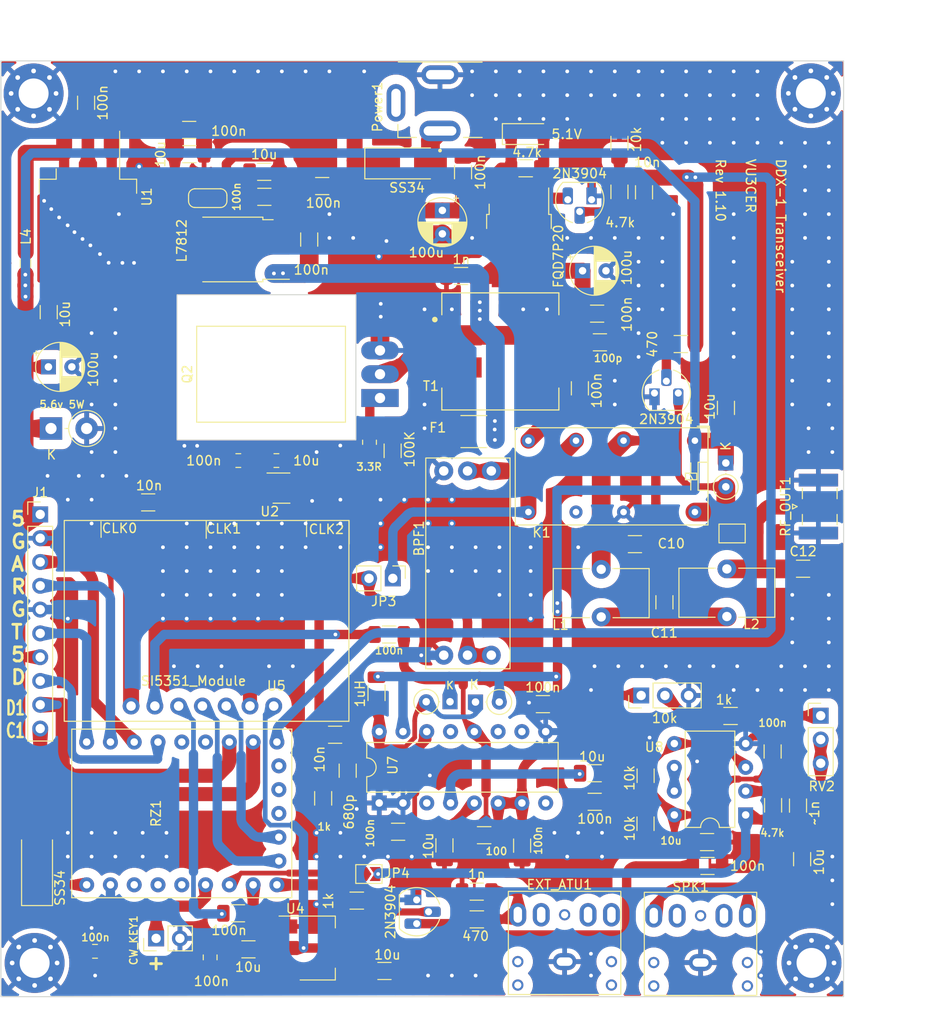
<source format=kicad_pcb>
(kicad_pcb (version 20240108) (generator "pcbnew") (generator_version "8.0")
  (layers (0 "F.Cu" signal) (31 "B.Cu" signal) (35 "F.Paste" user) (37 "F.SilkS" user "F.Silkscreen") (38 "B.Mask" user) (39 "F.Mask" user) (44 "Edge.Cuts" user))
  (net 0 "")
  (net 1 "GND")
  (net 2 "+VDC")
  (net 3 "Net-(C7-Pad2)")
  (net 4 "PTT")
  (net 5 "/DRAIN")
  (net 6 "Net-(Q2-G)")
  (net 7 "Net-(D4-A)")
  (net 8 "Net-(Q4-B)")
  (net 9 "+5V")
  (net 10 "12V")
  (net 12 "VDC_VIA_PTT")
  (net 13 "Net-(C11-Pad1)")
  (net 14 "Net-(JP1-B)")
  (net 15 "RF_OUT")
  (net 16 "Net-(D3-A)")
  (net 17 "LPF")
  (net 18 "RX")
  (net 20 "Net-(Q1-B)")
  (net 21 "Net-(U2-IN+)")
  (net 22 "Net-(U1-OUT)")
  (net 23 "Net-(U7-AM_OSC)")
  (net 24 "RX_OSC")
  (net 25 "Net-(U7-FM{slash}AM_SW)")
  (net 26 "Net-(C31-Pad1)")
  (net 27 "Net-(D8-A)")
  (net 28 "+3.3V")
  (net 29 "RX_AUDIO")
  (net 30 "Net-(C38-Pad2)")
  (net 31 "Net-(U8A-+)")
  (net 32 "Net-(U8A--)")
  (net 33 "Net-(C43-Pad2)")
  (net 34 "SCL")
  (net 35 "SDA")
  (net 36 "Net-(RV1-Pad2)")
  (net 42 "Net-(U8B--)")
  (net 45 "Net-(U2-OUT)")
  (net 46 "ATU")
  (net 47 "Net-(C20-Pad1)")
  (net 48 "CW_KEY")
  (net 49 "Net-(D2-K)")
  (net 53 "Net-(Q5-B)")
  (net 54 "Net-(Q5-C)")
  (net 55 "SDA1")
  (net 56 "TUNE")
  (net 57 "CAL")
  (net 58 "TO_ADC")
  (net 61 "TX_RF")
  (net 62 "LDATA")
  (net 64 "Net-(U5-S2)")
  (net 65 "RX_AFTER_HPF")
  (net 67 "Net-(U7-AGC)")
  (net 68 "UART_TX")
  (net 70 "12V_VIA_LDO")
  (net 71 "Net-(JP2-C)")
  (net 72 "UART_RX")
  (net 73 "SCL1")
  (net 76 "Net-(JP4-A)")
  (net 78 "Net-(F1-Pad1)")
  (footprint "Capacitor_SMD:C_1206_3216Metric_Pad1.33x1.80mm_HandSolder" (layer "F.Cu") (at 157.0867 72.7964)
    (property "Reference" "C2" (hide yes))
    (property "Value" "10u")
  )
  (footprint "Capacitor_SMD:C_1206_3216Metric_Pad1.33x1.80mm_HandSolder" (layer "F.Cu") (at 198.79 97.79 90)
    (property "Reference" "C7" (hide yes))
    (property "Value" "100n")
  )
  (footprint "Package_TO_SOT_THT:TO-220-3_Horizontal_TabDown" (layer "F.Cu") (at 177.44 98.825 90)
    (property "Reference" "Q2")
    (property "Value" "IRF510")
  )
  (footprint "Diode_SMD:D_SMA_Handsoldering" (layer "F.Cu") (at 180.33 73.78)
    (property "Reference" "D1" (hide yes))
    (property "Value" "SS34")
  )
  (footprint "Capacitor_THT:CP_Radial_D5.0mm_P2.50mm" (layer "F.Cu") (at 199.0744 85.2424)
    (property "Reference" "C5" (hide yes))
    (property "Value" "100u")
  )
  (footprint "Capacitor_SMD:C_0805_2012Metric_Pad1.18x1.45mm_HandSolder" (layer "F.Cu") (at 147.0025 157.89 180)
    (property "Reference" "C21" (hide yes))
    (property "Value" "100n")
  )
  (footprint "Package_TO_SOT_SMD:SOT-223-3_TabPin2" (layer "F.Cu") (at 170.76 157.54)
    (property "Reference" "U4")
    (property "Value" "AMS1117-3.3" (hide yes))
  )
  (footprint "Resistor_SMD:R_1206_3216Metric_Pad1.30x1.75mm_HandSolder" (layer "F.Cu") (at 203.015 71.6175 90)
    (property "Reference" "R2" (hide yes))
    (property "Value" "10k")
  )
  (footprint "Capacitor_THT:CP_Radial_D5.0mm_P2.50mm" (layer "F.Cu") (at 142.026 95.504)
    (property "Reference" "C44" (hide yes))
    (property "Value" "100u")
  )
  (footprint "Diode_THT:D_DO-15_P3.81mm_Vertical_KathodeUp" (layer "F.Cu") (at 142.3 102.08)
    (property "Reference" "D5" (hide yes))
    (property "Value" "5.6v 5W")
  )
  (footprint "MountingHole:MountingHole_3.2mm_M3_Pad_Via" (layer "F.Cu") (at 140.552944 159.132944)
    (property "Reference" "H3" (hide yes))
    (property "Value" "MountingHole_Pad" (hide yes))
  )
  (footprint "Capacitor_SMD:C_1206_3216Metric_Pad1.33x1.80mm_HandSolder" (layer "F.Cu") (at 186.1 85.8 180)
    (property "Reference" "C17" (hide yes))
    (property "Value" "1n")
  )
  (footprint "Package_TO_SOT_SMD:SOT-23-5_HandSoldering" (layer "F.Cu") (at 166.9211 108.4425)
    (property "Reference" "U2")
    (property "Value" "UCC27517ADBVR" (hide yes))
  )
  (footprint "Connector_Coaxial:SMA_Samtec_SMA-J-P-X-ST-EM1_EdgeMount" (layer "F.Cu") (at 224.26 110.415 90)
    (property "Reference" "RF_OUT1")
    (property "Value" "SMA" (hide yes))
  )
  (footprint "Capacitor_SMD:C_1206_3216Metric_Pad1.33x1.80mm_HandSolder" (layer "F.Cu") (at 205.64 76.8675 -90)
    (property "Reference" "C4" (hide yes))
    (property "Value" "10n")
  )
  (footprint "Inductor_THT:L_Toroid_Vertical_L10.0mm_W5.0mm_P5.08mm" (layer "F.Cu") (at 214.49 122.15 180)
    (property "Reference" "L2")
    (property "Value" "360n" (hide yes))
  )
  (footprint "Resistor_SMD:R_1206_3216Metric_Pad1.30x1.75mm_HandSolder" (layer "F.Cu") (at 178.79 104.46 -90)
    (property "Reference" "R1" (hide yes))
    (property "Value" "100K")
  )
  (footprint "Inductor_SMD:L_1206_3216Metric_Pad1.22x1.90mm_HandSolder" (layer "F.Cu") (at 177.07 130.2925 90)
    (property "Reference" "L5" (hide yes))
    (property "Value" "1uH")
  )
  (footprint "Capacitor_SMD:C_1206_3216Metric_Pad1.33x1.80mm_HandSolder" (layer "F.Cu") (at 186.309 74.7145 90)
    (property "Reference" "C14" (hide yes))
    (property "Value" "100n")
  )
  (footprint "Diode_THT:D_DO-35_SOD27_P2.54mm_Vertical_KathodeUp" (layer "F.Cu") (at 214.376 105.762315 -90)
    (property "Reference" "D3" (hide yes))
    (property "Value" "1N4148" (hide yes))
  )
  (footprint "Capacitor_SMD:C_1206_3216Metric_Pad1.33x1.80mm_HandSolder" (layer "F.Cu") (at 178.42 124.07 180)
    (property "Reference" "C26" (hide yes))
    (property "Value" "100n")
  )
  (footprint "footprints:XKB_DC-005-5A-2.0_Modded" (layer "F.Cu") (at 183.85 64.3125 -90)
    (property "Reference" "Power1")
    (property "Value" "DC-005 (Barrel Jack)" (hide yes))
  )
  (footprint "Package_TO_SOT_THT:TO-92_HandSolder" (layer "F.Cu") (at 181.356 152.4 -90)
    (property "Reference" "Q5" (hide yes))
    (property "Value" "2N3904")
  )
  (footprint "Package_TO_SOT_SMD:TO-252-2" (layer "F.Cu") (at 192.28 81.7 -90)
    (property "Reference" "Q3" (hide yes))
    (property "Value" "FQD7P20")
  )
  (footprint "Capacitor_SMD:C_1206_3216Metric_Pad1.33x1.80mm_HandSolder" (layer "F.Cu") (at 165.09 77.35 180)
    (property "Reference" "C30" (hide yes))
    (property "Value" "100n")
  )
  (footprint "Connector_PinHeader_2.54mm:PinHeader_1x03_P2.54mm_Vertical" (layer "F.Cu") (at 205.334 130.58 90)
    (property "Reference" "RV1" (hide yes))
    (property "Value" "10k")
  )
  (footprint "Capacitor_THT:CP_Radial_D5.0mm_P2.50mm" (layer "F.Cu") (at 184.1 78.8 -90)
    (property "Reference" "C15" (hide yes))
    (property "Value" "100u")
  )
  (footprint "Resistor_SMD:R_1206_3216Metric_Pad1.30x1.75mm_HandSolder" (layer "F.Cu") (at 171.37 141.56 -90)
    (property "Reference" "R7" (hide yes))
    (property "Value" "1k")
  )
  (footprint "Capacitor_SMD:C_1206_3216Metric_Pad1.33x1.80mm_HandSolder" (layer "F.Cu") (at 222.086 142.3355 90)
    (property "Reference" "C40" (hide yes))
    (property "Value" "~1n")
  )
  (footprint "Diode_SMD:D_MiniMELF" (layer "F.Cu") (at 193.17 70.65)
    (property "Reference" "D4" (hide yes))
    (property "Value" "5.1V")
  )
  (footprint "footprints:PJ-307_Modded" (layer "F.Cu") (at 211.68 156.09 90)
    (property "Reference" "SPK1")
    (property "Value" "SPEAKER")
  )
  (footprint "Capacitor_SMD:C_1206_3216Metric_Pad1.33x1.80mm_HandSolder" (layer "F.Cu") (at 146.05 67.31 90)
    (property "Reference" "C9" (hide yes))
    (property "Value" "100n")
  )
  (footprint "Capacitor_SMD:C_1206_3216Metric_Pad1.33x1.80mm_HandSolder" (layer "F.Cu") (at 179.376 145.128)
    (property "Reference" "C29" (hide yes))
    (property "Value" "100n")
  )
  (footprint "Capacitor_SMD:C_1206_3216Metric_Pad1.33x1.80mm_HandSolder" (layer "F.Cu") (at 200.37 141.93 180)
    (property "Reference" "C39" (hide yes))
    (property "Value" "100n")
  )
  (footprint "Capacitor_SMD:C_0805_2012Metric_Pad1.18x1.45mm_HandSolder" (layer "F.Cu") (at 166.3786 105.5025)
    (property "Reference" "C16" (hide yes))
    (property "Value" "10u")
  )
  (footprint "Package_DIP:DIP-16_W7.62mm" (layer "F.Cu") (at 177.356 142.058 90)
    (property "Reference" "U7")
    (property "Value" "CD2003GB_GP" (hide yes))
  )
  (footprint "footprints:PJ-307_Modded" (layer "F.Cu") (at 197.16 155.99 90)
    (property "Reference" "EXT_ATU1")
    (property "Value" "EXT_ATU")
  )
  (footprint "Diode_THT:D_DO-35_SOD27_P2.54mm_Vertical_KathodeUp" (layer "F.Cu") (at 187.64 131.28)
    (property "Reference" "D9" (hide yes))
    (property "Value" "1N4148" (hide yes))
  )
  (footprint "Capacitor_SMD:C_1206_3216Metric_Pad1.33x1.80mm_HandSolder" (layer "F.Cu") (at 212.3735 146.233)
    (property "Reference" "C42" (hide yes))
    (property "Value" "10u")
  )
  (footprint "MountingHole:MountingHole_3.2mm_M3_Pad_Via" (layer "F.Cu") (at 223.53 159.13)
    (property "Reference" "H4" (hide yes))
    (property "Value" "MountingHole_Pad" (hide yes))
  )
  (footprint "Resistor_SMD:R_1206_3216Metric_Pad1.30x1.75mm_HandSolder" (layer "F.Cu") (at 205.8 144.27 -90)
    (property "Reference" "R11" (hide yes))
    (property "Value" "10k")
  )
  (footprint "Capacitor_SMD:C_1206_3216Metric_Pad1.33x1.80mm_HandSolder" (layer "F.Cu") (at 187.77 151.52 180)
    (property "Reference" "C20" (hide yes))
    (property "Value" "1n")
  )
  (footprint "Capacitor_SMD:C_1206_3216Metric_Pad1.33x1.80mm_HandSolder" (layer "F.Cu") (at 165.0725 74.68 180)
    (property "Reference" "C24" (hide yes))
    (property "Value" "10u")
  )
  (footprint "Capacitor_SMD:C_1206_3216Metric_Pad1.33x1.80mm_HandSolder" (layer "F.Cu") (at 214.39 99.88 90)
    (property "Reference" "C13" (hide yes))
    (property "Value" "10u")
  )
  (footprint "Capacitor_SMD:C_1206_3216Metric_Pad1.33x1.80mm_HandSolder" (layer "F.Cu") (at 157.0613 70.2056)
    (property "Reference" "C1" (hide yes))
    (property "Value" "100n")
  )
  (footprint "Resistor_SMD:R_1206_3216Metric_Pad1.30x1.75mm_HandSolder" (layer "F.Cu") (at 205.81 139.146 90)
    (property "Reference" "R10" (hide yes))
    (property "Value" "10k")
  )
  (footprint "Package_TO_SOT_SMD:TO-263-2" (layer "F.Cu") (at 146.245 80.295 -90)
    (property "Reference" "U1")
    (property "Value" "L7805 (D2PAK)")
  )
  (footprint "Resistor_SMD:R_1206_3216Metric_Pad1.30x1.75mm_HandSolder" (layer "F.Cu") (at 203.015 76.8175 90)
    (property "Reference" "R9" (hide yes))
    (property "Value" "4.7k")
  )
  (footprint "Capacitor_SMD:C_1206_3216Metric_Pad1.33x1.80mm_HandSolder" (layer "F.Cu") (at 171.2675 76.2 180)
    (property "Reference" "C18" (hide yes))
    (property "Value" "100n")
  )
  (footprint "Package_DIP:DIP-8_W7.62mm" (layer "F.Cu") (at 216.496 143.333 180)
    (property "Reference" "U8")
    (property "Value" "MCP6002" (hide yes))
  )
  (footprint "Resistor_SMD:R_1206_3216Metric_Pad1.30x1.75mm_HandSolder" (layer "F.Cu") (at 174.96 152.48)
    (property "Reference" "Rb1" (hide yes))
    (property "Value" "1k")
  )
  (footprint "footprints:IND_SRF1260A-4R7Y-Longer-Pads" (layer "F.Cu") (at 190.295 93.85)
    (property "Reference" "T1")
    (property "Value" "Bifilar XFMR" (hide yes))
  )
  (footprint "Capacitor_SMD:C_1206_3216Metric_Pad1.33x1.80mm_HandSolder" (layer "F.Cu") (at 192.62 146.61 -90)
    (property "Reference" "C37" (hide yes))
    (property "Value" "100n")
  )
  (footprint "Package_TO_SOT_THT:TO-92_HandSolder" (layer "F.Cu") (at 200.04 77.65 180)
    (property "Reference" "Q4" (hide yes))
    (property "Value" "2N3904")
  )
  (footprint "Capacitor_SMD:C_1206_3216Metric_Pad1.33x1.80mm_HandSolder" (layer "F.Cu") (at 172.6475 134.77 180)
    (property "Reference" "C35" (hide yes))
    (property "Value" "10n")
  )
  (footprint "Capacitor_SMD:C_1206_3216Metric_Pad1.33x1.80mm_HandSolder" (layer "F.Cu") (at 169.88 81.91 90)
    (property "Reference" "C32" (hide yes))
    (property "Value" "100n")
  )
  (footprint "footprints:Pluggable-BPF" (layer "F.Cu") (at 186.66 116.23 -90)
    (property "Reference" "BPF1")
    (property "Value" "Pluggable BPF" (hide yes))
  )
  (footprint "Connector_PinHeader_2.54mm:PinHeader_1x02_P2.54mm_Vertical" (layer "F.Cu") (at 178.81 118.08 -90)
    (property "Reference" "JP3")
    (property "Value" "Jumper_2_Open" (hide yes))
  )
  (footprint "Capacitor_SMD:C_1206_3216Metric_Pad1.33x1.80mm_HandSolder" (layer "F.Cu") (at 184.324 146.5825 -90)
    (property "Reference" "C36" (hide yes))
    (property "Value" " 10u")
  )
  (footprint "Capacitor_SMD:C_1206_3216Metric_Pad1.33x1.80mm_HandSolder" (layer "F.Cu") (at 177.9175 159.99)
    (property "Reference" "C46" (hide yes))
    (property "Value" "10u")
  )
  (footprint "Capacitor_SMD:C_1206_3216Metric_Pad1.33x1.80mm_HandSolder" (layer "F.Cu") (at 200.37 138.88)
    (property "Reference" "C38" (hide yes))
    (property "Value" "10u")
  )
  (footprint "Capacitor_SMD:C_1206_3216Metric_Pad1.33x1.80mm_HandSolder" (layer "F.Cu") (at 200.93 92.88)
    (property "Reference" "C3" (hide yes))
    (property "Value" "100p")
  )
  (footprint "Capacitor_SMD:C_0805_2012Metric_Pad1.18x1.45mm_HandSolder" (layer "F.Cu") (at 162.3086 105.5025 180)
    (property "Reference" "C23" (hide yes))
    (property "Value" "100n")
  )
  (footprint "Resistor_SMD:R_1206_3216Metric_Pad1.30x1.75mm_HandSolder" (layer "F.Cu") (at 187.78 154.48 180)
    (property "Reference" "Rl1" (hide yes))
    (property "Value" "470")
  )
  (footprint "Capacitor_SMD:C_1206_3216Metric_Pad1.33x1.80mm_HandSolder" (layer "F.Cu") (at 162.27 153.83)
    (property "Reference" "C27" (hide yes))
    (property "Value" "100n")
  )
  (footprint "Capacitor_SMD:C_1206_3216Metric_Pad1.33x1.80mm_HandSolder" (layer "F.Cu") (at 219.376 136.56 90)
    (property "Reference" "C41" (hide yes))
    (property "Value" "100n")
  )
  (footprint "Capacitor_SMD:C_0805_2012Metric_Pad1.18x1.45mm_HandSolder" (layer "F.Cu") (at 159.3 158.5375 90)
    (property "Reference" "C47" (hide yes))
    (property "Value" "100n")
  )
  (footprint "Connector_PinHeader_2.54mm:PinHeader_1x02_P2.54mm_Vertical" (layer "F.Cu") (at 153.53 156.51 90)
    (property "Reference" "CW_KEY1")
    (property "Value" "Conn_01x02" (hide yes))
  )
  (footprint "footprints:RP2040-Zero" (layer "F.Cu") (at 168.02 152.17 90)
    (property "Reference" "RZ1")
    (property "Value" "RP2040-Zero" (hide yes))
  )
  (footprint "Jumper:SolderJumper-2_P1.3mm_Open_TrianglePad1.0x1.5mm" (layer "F.Cu") (at 176.255 149.64)
    (property "Reference" "JP4")
    (property "Value" "Jumper_2_Open" (hide yes))
  )
  (footprint "Capacitor_SMD:C_1206_3216Metric_Pad1.33x1.80mm_HandSolder" (layer "F.Cu") (at 200.63 89.82)
    (property "Reference" "C6" (hide yes))
    (property "Value" "100n")
  )
  (footprint "Jumper:SolderJumper-2_P1.3mm_Open_TrianglePad1.0x1.5mm" (layer "F.Cu") (at 215.048 113.284)
    (property "Reference" "JP1" (hide yes))
    (property "Value" "Jumper_2_Open" (hide yes))
  )
  (footprint "Capacitor_SMD:C_1206_3216Metric_Pad1.33x1.80mm_HandSolder" (layer "F.Cu") (at 222.526 148.0525 -90)
    (property "Reference" "C43" (hide yes))
    (property "Value" "10u")
  )
  (footprint "Connector_PinHeader_2.54mm:PinHeader_1x03_P2.54mm_Vertical" (layer "F.Cu") (at 224.51 132.74)
    (property "Reference" "RV2")
    (property "Value" "20k" (hide yes))
  )
  (footprint "MountingHole:MountingHole_3.2mm_M3_Pad_Via" (layer "F.Cu") (at 140.442944 66.312944)
    (property "Reference" "H1" (hide yes))
    (property "Value" "MountingHole_Pad" (hide yes))
  )
  (footprint "Diode_THT:D_DO-35_SOD27_P2.54mm_Vertical_KathodeUp" (layer "F.Cu") (at 184.916 131.248 180)
    (property "Reference" "D8" (hide yes))
    (property "Value" "1N4148" (hide yes))
  )
  (footprint "Capacitor_SMD:C_1206_3216Metric_Pad1.33x1.80mm_HandSolder" (layer "F.Cu") (at 152.6836 109.9675)
    (property "Reference" "C19" (hide yes))
    (property "Value" "10n")
  )
  (footprint "Capacitor_SMD:C_1206_3216Metric_Pad1.33x1.80mm_HandSolder" (layer "F.Cu") (at 204.67 114.427)
    (property "Reference" "C10")
    (property "Value" "120p" (hide yes))
  )
  (footprint "Capacitor_SMD:C_1206_3216Metric_Pad1.33x1.80mm_HandSolder" (layer "F.Cu") (at 173.99 138.61 -90)
    (property "Reference" "C31" (hide yes))
    (property "Value" "680p")
  )
  (footprint "Package_TO_SOT_SMD:TO-252-2" (layer "F.Cu") (at 161.62 82.97 180)
    (property "Reference" "U3" (hide yes))
    (property "Value" "L7812")
  )
  (footprint "Relay_THT:Relay_DPDT_Omron_G5V-2" (layer "F.Cu") (at 211.074 103.378 -90)
    (property "Reference" "K1")
    (property "Value" "Omron G5V-2 / OEN 46-05-2C" (hide yes))
  )
  (footprint "Inductor_SMD:L_0805_2012Metric_Pad1.05x1.20mm_HandSolder" (layer "F.Cu") (at 139.58 84.45 90)
    (property "Reference" "L4")
    (property "Value" "Ferrite Bead (2A)" (hide yes))
  )
  (footprint "Capacitor_SMD:C_1206_3216Metric_Pad1.33x1.80mm_HandSolder" (layer "F.Cu") (at 142.06 89.66 90)
    (property "Reference" "C8" (hide yes))
    (property "Value" "10u")
  )
  (footprint "Resistor_SMD:R_1206_3216Metric_Pad1.30x1.75mm_HandSolder" (layer "F.Cu") (at 214.884 132.768 180)
    (property "Reference" "Rin1" (hide yes))
    (property "Value" "1k")
  )
  (footprint "Inductor_THT:L_Toroid_Vertical_L10.0mm_W5.0mm_P5.08mm" (layer "F.Cu") (at 201.0675 117.115)
    (property "Reference" "L1")
    (property "Value" "360n" (hide yes))
  )
  (footprint "Capacitor_SMD:C_1206_3216Metric_Pad1.33x1.80mm_HandSolder" (layer "F.Cu") (at 207.82 120.6325 90)
    (property "Reference" "C11")
    (property "Value" "200p" (hide yes))
  )
  (footprint "Fuse:Fuse_1812_4532Metric_Pad1.30x3.40mm_HandSolder" (layer "F.Cu") (at 187.465 102.41)
    (property "Reference" "F1")
    (property "Value" "2A" (hide yes))
  )
  (footprint "Resistor_SMD:R_1206_3216Metric_Pad1.30x1.75mm_HandSolder" (layer "F.Cu") (at 219.426 142.303 90)
    (property "Reference" "Rf1" (hide yes))
    (property "Value" "4.7k")
  )
  (footprint "Capacitor_SMD:C_1206_3216Metric_Pad1.33x1.80mm_HandSolder" (layer "F.Cu") (at 194.84 131.504 180)
    (property "Reference" "C28" (hide yes))
    (property "Value" "100n")
  )
  (footprint "Capacitor_SMD:C_1206_3216Metric_Pad1.33x1.80mm_HandSolder" (layer "F.Cu") (at 163.39 157.68 180)
    (property "Reference" "C45" (hide yes))
    (property "Value" "10u")
  )
  (footprint "Resistor_SMD:R_0805_2012Metric_Pad1.20x1.40mm_HandSolder" (layer "F.Cu") (at 176.32 103.55 90)
    (property "Reference" "R12" (hide yes))
    (property "Value" "3.3R")
  )
  (footprint "MountingHole:MountingHole_3.2mm_M3_Pad_Via" (layer "F.Cu") (at 223.457056 66.302944)
    (property "Reference" "H2" (hide yes))
    (property "Value" "MountingHole_Pad" (hide yes))
  )
  (footprint "Diode_SMD:D_SMA_Handsoldering" (layer "F.Cu") (at 140.809082 148.496187 90)
    (property "Reference" "D2" (hide yes))
    (property "Value" "SS34")
  )
  (footprint "Resistor_SMD:R_1206_3216Metric_Pad1.30x1.75mm_HandSolder" (layer "F.Cu") (at 193 74.3)
    (property "Reference" "R8" (hide yes))
    (property "Value" "4.7k")
  )
  (footprint "Capacitor_SMD:C_1206_3216Metric_Pad1.33x1.80mm_HandSolder" (layer "F.Cu") (at 222.6275 117.05)
    (property "Reference" "C12")
    (property "Value" "120p" (hide yes))
  )
  (footprint "Connector_PinHeader_2.54mm:PinHeader_1x10_P2.54mm_Vertical" (layer "F.Cu") (at 141.15 111.252)
    (property "Reference" "J1")
    (property "Value" "Conn_01x06" (hide yes))
  )
  (footprint "Jumper:SolderJumper-3_P1.3mm_Open_RoundedPad1.0x1.5mm_NumberLabels" (layer "F.Cu") (at 159.04 77.49)
    (property "Reference" "JP2" (hide yes))
    (property "Value" "Power_Switch" (hide yes))
  )
  (footprint "Resistor_SMD:R_1206_3216Metric_Pad1.30x1.75mm_HandSolder" (layer "F.Cu") (at 209.5754 93.0656 180)
    (property "Reference" "R4" (hide yes))
    (property "Value" "470")
  )
  (footprint "Package_TO_SOT_THT:TO-92_HandSolder" (layer "F.Cu") (at 206.756 98.298)
    (property "Reference" "Q1" (hide yes))
    (property "Value" "2N3904")
  )
  (footprint "Capacitor_SMD:C_1206_3216Metric_Pad1.33x1.80mm_HandSolder" (layer "F.Cu") (at 212.42 148.78)
    (property "Reference" "C25" (hide yes))
    (property "Value" "100n")
  )
  (footprint "Resistor_SMD:R_1206_3216Metric_Pad1.30x1.75mm_HandSolder" (layer "F.Cu") (at 188.564 145.496)
    (property "Reference" "R6" (hide yes))
    (property "Value" "100")
  )
  (footprint "footprints:SI5351 Module" (layer "F.Cu") (at 174.12 126.73 180)
    (property "Reference" "U5")
    (property "Value" "SI5351_Module")
  )
  (gr_rect (start 136.958 62.835) (end 226.958 162.735) (stroke (width 0.1)) (fill none) (layer "Edge.Cuts"))
  (gr_rect (start 155.765 87.8) (end 174.865 103.3) (stroke (width 0.1)) (fill none) (layer "Edge.Cuts"))
  (gr_text "D1\nC1\n" (at 137.36 135.21 0) (layer "F.SilkS") (effects (font (size 1.5 1) (thickness 0.25) (bold yes)) (justify left bottom)))
  (gr_text "+" (at 152.4 159.98 0) (layer "F.SilkS") (effects (font (size 1.5 1.5) (thickness 0.3) (bold yes)) (justify left bottom)))
  (gr_text "DDX-1 Transceiver\n\nVU3CER\n\nRev 1.10" (at 213.22 73.2 270) (layer "F.SilkS") (effects (font (size 1 1)) (justify left bottom)))
  (gr_text "5\nG\nA\nR\nG\nT\n5\nD" (at 137.88 129.51 0) (layer "F.SilkS") (effects (font (size 1.5 1.5) (thickness 0.3) (bold yes)) (justify left bottom)))
  (segment (start 186.309 73.152) (end 188.242881 73.152) (width 1) (layer "F.Cu") (net 1))
  (segment (start 213.936 146.233) (end 213.936 147.64) (width 0.5) (layer "F.Cu") (net 1))
  (segment (start 184.5375 81.7375) (end 184.1 81.3) (width 2) (layer "F.Cu") (net 1))
  (segment (start 214.0735 147.7775) (end 225.7546 147.7775) (width 0.5) (layer "F.Cu") (net 1))
  (segment (start 181.356 148.30175) (end 180.83175 147.7775) (width 1) (layer "F.Cu") (net 1))
  (segment (start 207.825 117.413641) (end 207.825 119.065) (width 1.5) (layer "F.Cu") (net 1))
  (segment (start 206.94632 115.29232) (end 206.081 114.427) (width 1.5) (layer "F.Cu") (net 1))
  (segment (start 184.5375 85.8) (end 184.5375 81.7375) (width 2) (layer "F.Cu") (net 1))
  (segment (start 177.44 90.0982) (end 177.44 88.7686) (width 2) (layer "F.Cu") (net 1))
  (segment (start 168.2711 109.3925) (end 169.7725 109.3925) (width 1) (layer "F.Cu") (net 1))
  (segment (start 213.936 146.233) (end 213.936 148.7335) (width 0.5) (layer "F.Cu") (net 1))
  (segment (start 200.04 71.481714) (end 200.04 77.65) (width 0.9) (layer "F.Cu") (net 1))
  (segment (start 169.7725 109.3925) (end 170.19 109.81) (width 1) (layer "F.Cu") (net 1))
  (segment (start 167.0775 155.7725) (end 167.61 155.24) (width 0.75) (layer "F.Cu") (net 1))
  (segment (start 158.6492 72.7964) (end 158.6492 70.231) (width 1.7) (layer "F.Cu") (net 1))
  (segment (start 142.06 88.0975) (end 142.06 85.63) (width 1.7) (layer "F.Cu") (net 1))
  (segment (start 161.8275 155.7725) (end 161.89 155.71) (width 0.75) (layer "F.Cu") (net 1))
  (segment (start 219.376 134.9975) (end 217.2115 134.9975) (width 0.75) (layer "F.Cu") (net 1))
  (segment (start 177.732893 82.413907) (end 178.0794 82.0674) (width 2) (layer "F.Cu") (net 1))
  (segment (start 145.355774 113.499107) (end 146.637381 112.2175) (width 1.7) (layer "F.Cu") (net 1))
  (segment (start 186.461 73) (end 185.9 73) (width 1) (layer "F.Cu") (net 1))
  (segment (start 146.245 81.795) (end 146.245 87.2825) (width 1.7) (layer "F.Cu") (net 1))
  (segment (start 146.245 87.2825) (end 145.43 88.0975) (width 1.7) (layer "F.Cu") (net 1))
  (segment (start 200.747107 70.360393) (end 200.332893 70.774607) (width 0.9) (layer "F.Cu") (net 1))
  (segment (start 177.44 83.5958) (end 177.44 83.121014) (width 2) (layer "F.Cu") (net 1))
  (segment (start 177.44 93.745) (end 177.44 90.1402) (width 2) (layer "F.Cu") (net 1))
  (segment (start 163.5275 77.35) (end 163.5275 79.9525) (width 0.75) (layer "F.Cu") (net 1))
  (segment (start 141.15 121.37) (end 143.089881 121.37) (width 0.25) (layer "F.Cu") (net 1))
  (segment (start 203.015 70.0675) (end 201.454214 70.0675) (width 0.9) (layer "F.Cu") (net 1))
  (segment (start 163.5275 79.9525) (end 162.035 81.445) (width 0.75) (layer "F.Cu") (net 1))
  (segment (start 161.8275 155.7725) (end 167.0775 155.7725) (width 0.75) (layer "F.Cu") (net 1))
  (segment (start 217.2115 134.9975) (end 216.496 135.713) (width 0.75) (layer "F.Cu") (net 1))
  (segment (start 141.15 113.792) (end 144.648667 113.792) (width 1.7) (layer "F.Cu") (net 1))
  (segment (start 207.825 119.065) (end 207.82 119.07) (width 1.5) (layer "F.Cu") (net 1))
  (segment (start 181.356 152.4) (end 181.356 148.30175) (width 1) (layer "F.Cu") (net 1))
  (segment (start 167.2261 108.4425) (end 168.1761 109.3925) (width 0.5) (layer "F.Cu") (net 1))
  (segment (start 165.6661 108.4425) (end 167.2261 108.4425) (width 0.5) (layer "F.Cu") (net 1))
  (segment (start 163.51 74.68) (end 163.51 77.3325) (width 0.75) (layer "F.Cu") (net 1))
  (segment (start 177.44 88.7266) (end 177.44 83.841) (width 2) (layer "F.Cu") (net 1))
  (segment (start 163.846493 122.948388) (end 164.417381 122.3775) (width 1.5) (layer "F.Cu") (net 1))
  (segment (start 142.06 88.0975) (end 145.43 88.0975) (width 1.7) (layer "F.Cu") (net 1))
  (segment (start 179.168614 81.3924) (end 183.896 81.3924) (width 2) (layer "F.Cu") (net 1))
  (segment (start 225.7546 147.7775) (end 225.7546 150.3175) (width 1) (layer "F.Cu") (net 1))
  (segment (start 178.1302 82.0166) (end 178.461507 81.685293) (width 2) (layer "F.Cu") (net 1))
  (segment (start 163.5536 131.7084) (end 163.5536 123.655495) (width 1.5) (layer "F.Cu") (net 1))
  (segment (start 214.0735 147.7775) (end 213.936 147.64) (width 0.5) (layer "F.Cu") (net 1))
  (segment (start 161.8275 155.7725) (end 161.8275 157.68) (width 0.75) (layer "F.Cu") (net 1))
  (via (at 217.757381 69.0375) (size 0.8) (drill 0.4) (layers "F.Cu" "B.Cu") (net 1))
  (via (at 213.0546 127.4575) (size 0.8) (drill 0.4) (layers "F.Cu" "B.Cu") (net 1))
  (via (at 222.837381 79.1975) (size 0.8) (drill 0.4) (layers "F.Cu" "B.Cu") (net 1))
  (via (at 187.6546 114.7575) (size 0.8) (drill 0.4) (layers "F.Cu" "B.Cu") (net 1))
  (via (at 194.897381 69.0375) (size 0.8) (drill 0.4) (layers "F.Cu" "B.Cu") (net 1))
  (via (at 215.217381 84.2775) (size 0.8) (drill 0.4) (layers "F.Cu" "B.Cu") (net 1))
  (via (at 206.23175 135.0775) (size 0.8) (drill 0.4) (layers "F.Cu" "B.Cu") (net 1))
  (via (at 225.377381 86.8175) (size 0.8) (drill 0.4) (layers "F.Cu" "B.Cu") (net 1))
  (via (at 225.7546 102.0575) (size 0.8) (drill 0.4) (layers "F.Cu" "B.Cu") (net 1))
  (via (at 172.037381 63.9575) (size 0.8) (drill 0.4) (layers "F.Cu" "B.Cu") (net 1))
  (via (at 156.797381 63.9575) (size 0.8) (drill 0.4) (layers "F.Cu" "B.Cu") (net 1))
  (via (at 225.377381 81.7375) (size 0.8) (drill 0.4) (layers "F.Cu" "B.Cu") (net 1))
  (via (at 149.177381 89.3575) (size 0.8) (drill 0.4) (layers "F.Cu" "B.Cu") (net 1))
  (via (at 174.9546 142.6975) (size 0.8) (drill 0.4) (layers "F.Cu" "B.Cu") (net 1))
  (via (at 202.517381 99.5175) (size 0.8) (drill 0.4) (layers "F.Cu" "B.Cu") (net 1))
  (via (at 198.61175 145.2375) (size 0.8) (drill 0.4) (layers "F.Cu" "B.Cu") (net 1))
  (via (at 149.177381 145.2375) (size 0.8) (drill 0.4) (layers "F.Cu" "B.Cu") (net 1))
  (via (at 222.837381 129.9975) (size 0.8) (drill 0.4) (layers "F.Cu" "B.Cu") (net 1))
  (via (at 215.217381 63.9575) (size 0.8) (drill 0.4) (layers "F.Cu" "B.Cu") (net 1))
  (via (at 199.977381 81.7375) (size 0.8) (drill 0.4) (layers "F.Cu" "B.Cu") (net 1))
  (via (at 222.837381 127.4575) (size 0.8) (drill 0.4) (layers "F.Cu" "B.Cu") (net 1))
  (via (at 177.5206 88.773) (size 0.8) (drill 0.4) (layers "F.Cu" "B.Cu") (net 1))
  (via (at 220.297381 71.5775) (size 0.8) (drill 0.4) (layers "F.Cu" "B.Cu") (net 1))
  (via (at 145.67 81.85) (size 0.8) (drill 0.4) (layers "F.Cu" "B.Cu") (net 1))
  (via (at 164.417381 117.2975) (size 0.8) (drill 0.4) (layers "F.Cu" "B.Cu") (net 1))
  (via (at 182.197381 102.0575) (size 0.8) (drill 0.4) (layers "F.Cu" "B.Cu") (net 1))
  (via (at 166.957381 112.2175) (size 0.8) (drill 0.4) (layers "F.Cu" "B.Cu") (net 1))
  (via (at 185.1146 112.2175) (size 0.8) (drill 0.4) (layers "F.Cu" "B.Cu") (net 1))
  (via (at 225.377381 91.8975) (size 0.8) (drill 0.4) (layers "F.Cu" "B.Cu") (net 1))
  (via (at 218.1346 160.4775) (size 0.8) (drill 0.4) (layers "F.Cu" "B.Cu") (net 1))
  (via (at 215.217381 91.8975) (size 0.8) (drill 0.4) (layers "F.Cu" "B.Cu") (net 1))
  (via (at 143.17 79.55) (size 0.8) (drill 0.4) (layers "F.Cu" "B.Cu") (net 1))
  (via (at 154.6346 147.7775) (size 0.8) (drill 0.4) (layers "F.Cu" "B.Cu") (net 1))
  (via (at 154.257381 122.3775) (size 0.8) (drill 0.4) (layers "F.Cu" "B.Cu") (net 1))
  (via (at 182.5746 160.4775) (size 0.8) (drill 0.4) (layers "F.Cu" "B.Cu") (net 1))
  (via (at 146.637381 112.2175) (size 0.8) (drill 0.4) (layers "F.Cu" "B.Cu") (net 1))
  (via (at 215.5946 127.4575) (size 0.8) (drill 0.4) (layers "F.Cu" "B.Cu") (net 1))
  (via (at 146.637381 109.6775) (size 0.8) (drill 0.4) (layers "F.Cu" "B.Cu") (net 1))
  (via (at 193.53175 119.8375) (size 0.8) (drill 0.4) (layers "F.Cu" "B.Cu") (net 1))
  (via (at 192.357381 66.4975) (size 0.8) (drill 0.4) (layers "F.Cu" "B.Cu") (net 1))
  (via (at 185.1146 160.4775) (size 0.8) (drill 0.4) (layers "F.Cu" "B.Cu") (net 1))
  (via (at 160.51175 127.4575) (size 0.8) (drill 0.4) (layers "F.Cu" "B.Cu") (net 1))
  (via (at 221.47175 99.5175) (size 0.8) (drill 0.4) (layers "F.Cu" "B.Cu") (net 1))
  (via (at 141.57 77.78) (size 0.8) (drill 0.4) (layers "F.Cu" "B.Cu") (net 1))
  (via (at 156.797381 117.2975) (size 0.8) (drill 0.4) (layers "F.Cu" "B.Cu") (net 1))
  (via (at 146.637381 99.5175) (size 0.8) (drill 0.4) (layers "F.Cu" "B.Cu") (net 1))
  (via (at 166.957381 117.2975) (size 0.8) (drill 0.4) (layers "F.Cu" "B.Cu") (net 1))
  (via (at 169.497381 112.2175) (size 0.8) (drill 0.4) (layers "F.Cu" "B.Cu") (net 1))
  (via (at 199.977381 129.9975) (size 0.8) (drill 0.4) (layers "F.Cu" "B.Cu") (net 1))
  (via (at 147.0146 160.4775) (size 0.8) (drill 0.4) (layers "F.Cu" "B.Cu") (net 1))
  (via (at 223.2146 102.0575) (size 0.8) (drill 0.4) (layers "F.Cu" "B.Cu") (net 1))
  (via (at 215.217381 89.3575) (size 0.8) (drill 0.4) (layers "F.Cu" "B.Cu") (net 1))
  (via (at 217.757381 66.4975) (size 0.8) (drill 0.4) (layers "F.Cu" "B.Cu") (net 1))
  (via (at 207.597381 71.5775) (size 0.8) (drill 0.4) (layers "F.Cu" "B.Cu") (net 1))
  (via (at 174.577381 81.7375) (size 0.8) (drill 0.4) (layers "F.Cu" "B.Cu") (net 1))
  (via (at 190.1946 114.7575) (size 0.8) (drill 0.4) (layers "F.Cu" "B.Cu") (net 1))
  (via (at 210.137381 69.0375) (size 0.8) (drill 0.4) (layers "F.Cu" "B.Cu") (net 1))
  (via (at 181.85 126.29) (size 0.8) (drill 0.4) (layers "F.Cu" "B.Cu") (net 1))
  (via (at 205.4346 127.4575) (size 0.8) (drill 0.4) (layers "F.Cu" "B.Cu") (net 1))
  (via (at 225.377381 71.5775) (size 0.8) (drill 0.4) (layers "F.Cu" "B.Cu") (net 1))
  (via (at 149.177381 91.8975) (size 0.8) (drill 0.4) (layers "F.Cu" "B.Cu") (net 1))
  (via (at 170.19 109.81) (size 0.8) (drill 0.4) (layers "F.Cu" "B.Cu") (net 1))
  (via (at 175.75175 63.9575) (size 0.8) (drill 0.4) (layers "F.Cu" "B.Cu") (net 1))
  (via (at 147.53 83.46) (size 0.8) (drill 0.4) (layers "F.Cu" "B.Cu") (net 1))
  (via (at 187.277381 81.7375) (size 0.8) (drill 0.4) (layers "F.Cu" "B.Cu") (net 1))
  (via (at 149.93 84.4) (size 0.8) (drill 0.4) (layers "F.Cu" "B.Cu") (net 1))
  (via (at 215.217381 129.9975) (size 0.8) (drill 0.4) (layers "F.Cu" "B.Cu") (net 1))
  (via (at 182.764 139.12) (size 0.8) (drill 0.4) (layers "F.Cu" "B.Cu") (net 1))
  (via (at 187.6546 160.4775) (size 0.8) (drill 0.4) (layers "F.Cu" "B.Cu") (net 1))
  (via (at 210.5146 127.4575) (size 0.8) (drill 0.4) (layers "F.Cu" "B.Cu") (net 1))
  (via (at 154.257381 63.9575) (size 0.8) (drill 0.4) (layers "F.Cu" "B.Cu") (net 1))
  (via (at 170.67175 145.2375) (size 0.8) (drill 0.4) (layers "F.Cu" "B.Cu") (net 1))
  (via (at 207.597381 63.9575) (size 0.8) (drill 0.4) (layers "F.Cu" "B.Cu") (net 1))
  (via (at 182.5746 117.2975) (size 0.8) (drill 0.4) (layers "F.Cu" "B.Cu") (net 1))
  (via (at 144.81 81.12) (size 0.8) (drill 0.4) (layers "F.Cu" "B.Cu") (net 1))
  (via (at 212.677381 66.4975) (size 0.8) (drill 0.4) (layers "F.Cu" "B.Cu") (net 1))
  (via (at 215.217381 94.4375) (size 0.8) (drill 0.4) (layers "F.Cu" "B.Cu") (net 1))
  (via (at 223.2146 104.5975) (size 0.8) (drill 0.4) (layers "F.Cu" "B.Cu") (net 1))
  (via (at 157.91 103.93) (size 0.8) (drill 0.4) (layers "F.Cu" "B.Cu") (net 1))
  (via (at 221.47175 124.9175) (size 0.8) (drill 0.4) (layers "F.Cu" "B.Cu") (net 1))
  (via (at 159.337381 122.3775) (size 0.8) (drill 0.4) (layers "F.Cu" "B.Cu") (net 1))
  (via (at 166.957381 63.9575) (size 0.8) (drill 0.4) (layers "F.Cu" "B.Cu") (net 1))
  (via (at 189.817381 63.9575) (size 0.8) (drill 0.4) (layers "F.Cu" "B.Cu") (net 1))
  (via (at 225.377381 94.4375) (size 0.8) (drill 0.4) (layers "F.Cu" "B.Cu") (net 1))
  (via (at 215.217381 86.8175) (size 0.8) (drill 0.4) (layers "F.Cu" "B.Cu") (net 1))
  (via (at 151.717381 63.9575) (size 0.8) (drill 0.4) (layers "F.Cu" "B.Cu") (net 1))
  (via (at 217.757381 71.5775) (size 0.8) (drill 0.4) (layers "F.Cu" "B.Cu") (net 1))
  (via (at 207.597381 81.7375) (size 0.8) (drill 0.4) (layers "F.Cu" "B.Cu") (net 1))
  (via (at 152.0946 147.7775) (size 0.8) (drill 0.4) (layers "F.Cu" "B.Cu") (net 1))
  (via (at 170.67175 104.5975) (size 0.8) (drill 0.4) (layers "F.Cu" "B.Cu") (net 1))
  (via (at 225.377381 122.3775) (size 0.8) (drill 0.4) (layers "F.Cu" "B.Cu") (net 1))
  (via (at 150.35175 107.1375) (size 0.8) (drill 0.4) (layers "F.Cu" "B.Cu") (net 1))
  (via (at 145.27175 107.1375) (size 0.8) (drill 0.4) (layers "F.Cu" "B.Cu") (net 1))
  (via (at 225.377381 79.1975) (size 0.8) (drill 0.4) (layers "F.Cu" "B.Cu") (net 1))
  (via (at 225.377381 129.9975) (size 0.8) (drill 0.4) (layers "F.Cu" "B.Cu") (net 1))
  (via (at 156.797381 112.2175) (size 0.8) (drill 0.4) (layers "F.Cu" "B.Cu") (net 1))
  (via (at 182.5746 112.2175) (size 0.8) (drill 0.4) (layers "F.Cu" "B.Cu") (net 1))
  (via (at 148.46 84.39) (size 0.8) (drill 0.4) (layers "F.Cu" "B.Cu") (net 1))
  (via (at 178.29175 147.7775) (size 0.8) (drill 0.4) (layers "F.Cu" "B.Cu") (net 1))
  (via (at 144.097381 145.2375) (size 0.8) (drill 0.4) (layers "F.Cu" "B.Cu") (net 1))
  (via (at 215.217381 79.1975) (size 0.8) (drill 0.4) (layers "F.Cu" "B.Cu") (net 1))
  (via (at 177.4946 112.2175) (size 0.8) (drill 0.4) (layers "F.Cu" "B.Cu") (net 1))
  (via (at 161.877381 117.2975) (size 0.8) (drill 0.4) (layers "F.Cu" "B.Cu") (net 1))
  (via (at 166.957381 122.3775) (size 0.8) (drill 0.4) (layers "F.Cu" "B.Cu") (net 1))
  (via (at 154.257381 119.8375) (size 0.8) (drill 0.4) (layers "F.Cu" "B.Cu") (net 1))
  (via (at 173.21175 147.7775) (size 0.8) (drill 0.4) (layers "F.Cu" "B.Cu") (net 1))
  (via (at 187.277381 66.4975) (size 0.8) (drill 0.4) (layers "F.Cu" "B.Cu") (net 1))
  (via (at 173.2 103.9) (size 0.8) (drill 0.4) (layers "F.Cu" "B.Cu") (net 1))
  (via (at 177.4946 109.6775) (size 0.8) (drill 0.4) (layers "F.Cu" "B.Cu") (net 1))
  (via (at 199.977381 160.4775) (size 0.8) (drill 0.4) (layers "F.Cu" "B.Cu") (net 1))
  (via (at 169.497381 63.9575) (size 0.8) (drill 0.4) (layers "F.Cu" "B.Cu") (net 1))
  (via (at 202.517381 81.7375) (size 0.8) (drill 0.4) (layers "F.Cu" "B.Cu") (net 1))
  (via (at 225.377381 84.2775) (size 0.8) (drill 0.4) (layers "F.Cu" "B.Cu") (net 1))
  (via (at 149.177381 99.5175) (size 0.8) (drill 0.4) (layers "F.Cu" "B.Cu") (net 1))
  (via (at 207.597381 84.2775) (size 0.8) (drill 0.4) (layers "F.Cu" "B.Cu") (net 1))
  (via (at 212.677381 71.5775) (size 0.8) (drill 0.4) (layers "F.Cu" "B.Cu") (net 1))
  (via (at 149.5546 79.1975) (size 0.8) (drill 0.4) (layers "F.Cu" "B.Cu") (net 1))
  (via (at 156.797381 122.3775) (size 0.8) (drill 0.4) (layers "F.Cu" "B.Cu") (net 1))
  (via (at 193.36 131.35) (size 0.8) (drill 0.4) (layers "F.Cu" "B.Cu") (net 1))
  (via (at 202.8946 127.4575) (size 0.8) (drill 0.4) (layers "F.Cu" "B.Cu") (net 1))
  (via (at 173.21175 109.6775) (size 0.8) (drill 0.4) (layers "F.Cu" "B.Cu") (net 1))
  (via (at 175.75175 147.7775) (size 0.8) (drill 0.4) (layers "F.Cu" "B.Cu") (net 1))
  (via (at 207.597381 69.0375) (size 0.8) (drill 0.4) (layers "F.Cu" "B.Cu") (net 1))
  (via (at 225.7546 147.7775) (size 0.8) (drill 0.4) (layers "F.Cu" "B.Cu") (net 1))
  (via (at 193.53175 117.2975) (size 0.8) (drill 0.4) (layers "F.Cu" "B.Cu") (net 1))
  (via (at 199.97 158.15) (size 0.8) (drill 0.4) (layers "F.Cu" "B.Cu") (net 1))
  (via (at 173.21175 112.2175) (size 0.8) (drill 0.4) (layers "F.Cu" "B.Cu") (net 1))
  (via (at 197.437381 63.9575) (size 0.8) (drill 0.4) (layers "F.Cu" "B.Cu") (net 1))
  (via (at 180.83175 147.7775) (size 0.8) (drill 0.4) (layers "F.Cu" "B.Cu") (net 1))
  (via (at 180.0346 109.6775) (size 0.8) (drill 0.4) (layers "F.Cu" "B.Cu") (net 1))
  (via (at 161.877381 112.2175) (size 0.8) (drill 0.4) (layers "F.Cu" "B.Cu") (net 1))
  (via (at 165.59175 127.4575) (size 0.8) (drill 0.4) (layers "F.Cu" "B.Cu") (net 1))
  (via (at 211.31175 137.6175) (size 0.8) (drill 0.4) (layers "F.Cu" "B.Cu") (net 1))
  (via (at 161.877381 114.7575) (size 0.8) (drill 0.4) (layers "F.Cu" "B.Cu") (net 1))
  (via (at 190.1946 119.8375) (size 0.8) (drill 0.4) (layers "F.Cu" "B.Cu") (net 1))
  (via (at 142.33 78.66) (size 0.8) (drill 0.4) (layers "F.Cu" "B.Cu") (net 1))
  (via (at 161.877381 122.3775) (size 0.8) (drill 0.4) (layers "F.Cu" "B.Cu") (net 1))
  (via (at 185.1146 117.2975) (size 0.8) (drill 0.4) (layers "F.Cu" "B.Cu") (net 1))
  (via (at 215.217381 69.0375) (size 0.8) (drill 0.4) (layers "F.Cu" "B.Cu") (net 1))
  (via (at 156.797381 119.8375) (size 0.8) (drill 0.4) (layers "F.Cu" "B.Cu") (net 1))
  (via (at 225.377381 119.8375) (size 0.8) (drill 0.4) (layers "F.Cu" "B.Cu") (net 1))
  (via (at 169.497381 114.7575) (size 0.8) (drill 0.4) (layers "F.Cu" "B.Cu") (net 1))
  (via (at 200.3546 127.4575) (size 0.8) (drill 0.4) (layers "F.Cu" "B.Cu") (net 1))
  (via (at 208.77175 79.1975) (size 0.8) (drill 0.4) (layers "F.Cu" "B.Cu") (net 1))
  (via (at 221.47175 91.8975) (size 0.8) (drill 0.4) (layers "F.Cu" "B.Cu") (net 1))
  (via (at 195.2746 89.3575) (size 0.8) (drill 0.4) (layers "F.Cu" "B.Cu") (net 1))
  (via (at 170.67175 147.7775) (size 0.8) (drill 0.4) (layers "F.Cu" "B.Cu") (net 1))
  (via (at 197.437381 69.0375) (size 0.8) (drill 0.4) (layers "F.Cu" "B.Cu") (net 1))
  (via (at 154.257381 114.7575) (size 0.8) (drill 0.4) (layers "F.Cu" "B.Cu") (net 1))
  (via (at 164.417381 122.3775) (size 0.8) (drill 0.4) (layers "F.Cu" "B.Cu") (net 1))
  (via (at 149.177381 96.9775) (size 0.8) (drill 0.4) (layers "F.Cu" "B.Cu") (net 1))
  (via (at 225.377381 124.9175) (size 0.8) (drill 0.4) (layers "F.Cu" "B.Cu") (net 1))
  (via (at 182.197381 89.3575) (size 0.8) (drill 0.4) (layers "F.Cu" "B.Cu") (net 1))
  (via (at 149.177381 147.7775) (size 0.8) (drill 0.4) (layers "F.Cu" "B.Cu") (net 1))
  (via (at 221.47175 119.8375) (size 0.8) (drill 0.4) (layers "F.Cu" "B.Cu") (net 1))
  (via (at 192.357381 69.0375) (size 0.8) (drill 0.4) (layers "F.Cu" "B.Cu") (net 1))
  (via (at 221.47175 86.8175) (size 0.8) (drill 0.4) (layers "F.Cu" "B.Cu") (net 1))
  (via (at 149.177381 63.9575) (size 0.8) (drill 0.4) (layers "F.Cu" "B.Cu") (net 1))
  (via (at 177.4946 114.7575) (size 0.8) (drill 0.4) (layers "F.Cu" "B.Cu") (net 1))
  (via (at 220.297381 127.4575) (size 0.8) (drill 0.4) (layers "F.Cu" "B.Cu") (net 1))
  (via (at 161.877381 63.9575) (size 0.8) (drill 0.4) (layers "F.Cu" "B.Cu") (net 1))
  (via (at 221.47175 94.4375) (size 0.8) (drill 0.4) (layers "F.Cu" "B.Cu") (net 1))
  (via (at 182.5746 109.6775) (size 0.8) (drill 0.4) (layers "F.Cu" "B.Cu") (net 1))
  (via (at 144.097381 147.7775) (size 0.8) (drill 0.4) (layers "F.Cu" "B.Cu") (net 1))
  (via (at 146.637381 91.8975) (size 0.8) (drill 0.4) (layers "F.Cu" "B.Cu") (net 1))
  (via (at 221.47175 122.3775) (size 0.8) (drill 0.4) (layers "F.Cu" "B.Cu") (net 1))
  (via (at 164.417381 63.9575) (size 0.8) (drill 0.4) (layers "F.Cu" "B.Cu") (net 1))
  (via (at 225.377381 96.9775) (size 0.8) (drill 0.4) (layers "F.Cu" "B.Cu") (net 1))
  (via (at 225.377381 127.4575) (size 0.8) (drill 0.4) (layers "F.Cu" "B.Cu") (net 1))
  (via (at 173.21175 145.2375) (size 0.8) (drill 0.4) (layers "F.Cu" "B.Cu") (net 1))
  (via (at 182.5746 114.7575) (size 0.8) (drill 0.4) (layers "F.Cu" "B.Cu") (net 1))
  (via (at 152.0946 145.2375) (size 0.8) (drill 0.4) (layers "F.Cu" "B.Cu") (net 1))
  (via (at 202.517381 96.9775) (size 0.8) (drill 0.4) (layers "F.Cu" "B.Cu") (net 1))
  (via (at 215.217381 66.4975) (size 0.8) (drill 0.4) (layers "F.Cu" "B.Cu") (net 1))
  (via (at 212.677381 69.0375) (size 0.8) (drill 0.4) (layers "F.Cu" "B.Cu") (net 1))
  (via (at 146.637381 104.5975) (size 0.8) (drill 0.4) (layers "F.Cu" "B.Cu") (net 1))
  (via (at 202.517381 66.4975) (size 0.8) (drill 0.4) (layers "F.Cu" "B.Cu") (net 1))
  (via (at 146.51 82.53) (size 0.8) (drill 0.4) (layers "F.Cu" "B.Cu") (net 1))
  (via (at 225.377381 99.5175) (size 0.8) (drill 0.4) (layers "F.Cu" "B.Cu") (net 1))
  (via (at 168.13175 127.4575) (size 0.8) (drill 0.4) (layers "F.Cu" "B.Cu") (net 1))
  (via (at 155.43175 127.4575) (size 0.8) (drill 0.4) (layers "F.Cu" "B.Cu") (net 1))
  (via (at 146.637381 155.3975) (size 0.8) (drill 0.4) (layers "F.Cu" "B.Cu") (net 1))
  (via (at 225.377381 74.1175) (size 0.8) (drill 0.4) (layers "F.Cu" "B.Cu") (net 1))
  (via (at 221.47175 89.3575) (size 0.8) (drill 0.4) (layers "F.Cu" "B.Cu") (net 1))
  (via (at 197.437381 81.7375) (size 0.8) (drill 0.4) (layers "F.Cu" "B.Cu") (net 1))
  (via (at 159.337381 112.2175) (size 0.8) (drill 0.4) (layers "F.Cu" "B.Cu") (net 1))
  (via (at 177.5206 90.1446) (size 0.8) (drill 0.4) (layers "F.Cu" "B.Cu") (net 1))
  (via (at 222.837381 74.1175) (size 0.8) (drill 0.4) (layers "F.Cu" "B.Cu") (net 1))
  (via (at 205.057381 91.8975) (size 0.8) (drill 0.4) (layers "F.Cu" "B.Cu") (net 1))
  (via (at 146.637381 145.2375) (size 0.8) (drill 0.4) (layers "F.Cu" "B.Cu") (net 1))
  (via (at 178.1302 82.0674) (size 0.8) (drill 0.4) (layers "F.Cu" "B.Cu") (net 1))
  (via (at 185.1146 109.6775) (size 0.8) (drill 0.4) (layers "F.Cu" "B.Cu") (net 1))
  (via (at 225.377381 76.6575) (size 0.8) (drill 0.4) (layers "F.Cu" "B.Cu") (net 1))
  (via (at 166.957381 114.7575) (size 0.8) (drill 0.4) (layers "F.Cu" "B.Cu") (net 1))
  (via (at 215.217381 81.7375) (size 0.8) (drill 0.4) (layers "F.Cu" "B.Cu") (net 1))
  (via (at 217.757381 129.9975) (size 0.8) (drill 0.4) (layers "F.Cu" "B.Cu") (net 1))
  (via (at 225.377381 89.3575) (size 0.8) (drill 0.4) (layers "F.Cu" "B.Cu") (net 1))
  (via (at 154.6346 145.2375) (size 0.8) (drill 0.4) (layers "F.Cu" "B.Cu") (net 1))
  (via (at 185.1146 114.7575) (size 0.8) (drill 0.4) (layers "F.Cu" "B.Cu") (net 1))
  (via (at 164.417381 119.8375) (size 0.8) (drill 0.4) (layers "F.Cu" "B.Cu") (net 1))
  (via (at 189.817381 69.0375) (size 0.8) (drill 0.4) (layers "F.Cu" "B.Cu") (net 1))
  (via (at 202.517381 63.9575) (size 0.8) (drill 0.4) (layers "F.Cu" "B.Cu") (net 1))
  (via (at 159.337381 63.9575) (size 0.8) (drill 0.4) (layers "F.Cu" "B.Cu") (net 1))
  (via (at 149.177381 94.4375) (size 0.8) (drill 0.4) (layers "F.Cu" "B.Cu") (net 1))
  (via (at 166.957381 119.8375) (size 0.8) (drill 0.4) (layers "F.Cu" "B.Cu") (net 1))
  (via (at 210.137381 66.4975) (size 0.8) (drill 0.4) (layers "F.Cu" "B.Cu") (net 1))
  (via (at 146.637381 147.7775) (size 0.8) (drill 0.4) (layers "F.Cu" "B.Cu") (net 1))
  (via (at 193.53175 114.7575) (size 0.8) (drill 0.4) (layers "F.Cu" "B.Cu") (net 1))
  (via (at 222.837381 76.6575) (size 0.8) (drill 0.4) (layers "F.Cu" "B.Cu") (net 1))
  (via (at 164.417381 112.2175) (size 0.8) (drill 0.4) (layers "F.Cu" "B.Cu") (net 1))
  (via (at 201.15175 145.2375) (size 0.8) (drill 0.4) (layers "F.Cu" "B.Cu") (net 1))
  (via (at 177.3174 83.7184) (size 0.8) (drill 0.4) (layers "F.Cu" "B.Cu") (net 1))
  (via (at 218.1346 157.9375) (size 0.8) (drill 0.4) (layers "F.Cu" "B.Cu") (net 1))
  (via (at 185.1146 89.3575) (size 0.8) (drill 0.4) (layers "F.Cu" "B.Cu") (net 1))
  (via (at 225.7546 152.8575) (size 0.8) (drill 0.4) (layers "F.Cu" "B.Cu") (net 1))
  (via (at 151.17 84.4) (size 0.8) (drill 0.4) (layers "F.Cu" "B.Cu") (net 1))
  (via (at 199.977381 63.9575) (size 0.8) (drill 0.4) (layers "F.Cu" "B.Cu") (net 1))
  (via (at 205.057381 86.8175) (size 0.8) (drill 0.4) (layers "F.Cu" "B.Cu") (net 1))
  (via (at 172.037381 81.7375) (size 0.8) (drill 0.4) (layers "F.Cu" "B.Cu") (net 1))
  (via (at 205.057381 89.3575) (size 0.8) (drill 0.4) (layers "F.Cu" "B.Cu") (net 1))
  (via (at 198.61175 114.7575) (size 0.8) (drill 0.4) (layers "F.Cu" "B.Cu") (net 1))
  (via (at 210.137381 71.5775) (size 0.8) (drill 0.4) (layers "F.Cu" "B.Cu") (net 1))
  (via (at 221.47175 96.9775) (size 0.8) (drill 0.4) (layers "F.Cu" "B.Cu") (net 1))
  (via (at 149.177381 104.5975) (size 0.8) (drill 0.4) (layers "F.Cu" "B.Cu") (net 1))
  (via (at 187.277381 63.9575) (size 0.8) (drill 0.4) (layers "F.Cu" "B.Cu") (net 1))
  (via (at 197.437381 66.4975) (size 0.8) (drill 0.4) (layers "F.Cu" "B.Cu") (net 1))
  (via (at 215.217381 71.5775) (size 0.8) (drill 0.4) (layers "F.Cu" "B.Cu") (net 1))
  (via (at 205.057381 94.4375) (size 0.8) (drill 0.4) (layers "F.Cu" "B.Cu") (net 1))
  (via (at 187.6546 117.2975) (size 0.8) (drill 0.4) (layers "F.Cu" "B.Cu") (net 1))
  (via (at 151.717381 74.1175) (size 0.8) (drill 0.4) (layers "F.Cu" "B.Cu") (net 1))
  (via (at 144.08 80.39) (size 0.8) (drill 0.4) (layers "F.Cu" "B.Cu") (net 1))
  (via (at 154.257381 117.2975) (size 0.8) (drill 0.4) (layers "F.Cu" "B.Cu") (net 1))
  (via (at 157.97175 127.4575) (size 0.8) (drill 0.4) (layers "F.Cu" "B.Cu") (net 1))
  (via (at 205.057381 66.4975) (size 0.8) (drill 0.4) (layers "F.Cu" "B.Cu") (net 1))
  (via (at 205.057381 84.2775) (size 0.8) (drill 0.4) (layers "F.Cu" "B.Cu") (net 1))
  (via (at 190.1946 117.2975) (size 0.8) (drill 0.4) (layers "F.Cu" "B.Cu") (net 1))
  (via (at 205.057381 81.7375) (size 0.8) (drill 0.4) (layers "F.Cu" "B.Cu") (net 1))
  (via (at 172.037381 79.1975) (size 0.8) (drill 0.4) (layers "F.Cu" "B.Cu") (net 1))
  (via (at 192.7346 89.3575) (size 0.8) (drill 0.4) (layers "F.Cu" "B.Cu") (net 1))
  (via (at 207.597381 86.8175) (size 0.8) (drill 0.4) (layers "F.Cu" "B.Cu") (net 1))
  (via (at 221.47175 84.2775) (size 0.8) (drill 0.4) (layers "F.Cu" "B.Cu") (net 1))
  (via (at 164.417381 114.7575) (size 0.8) (drill 0.4) (layers "F.Cu" "B.Cu") (net 1))
  (via (at 205.057381 63.9575) (size 0.8) (drill 0.4) (layers "F.Cu" "B.Cu") (net 1))
  (via (at 196.07175 145.2375) (size 0.8) (drill 0.4) (layers "F.Cu" "B.Cu") (net 1))
  (via (at 207.597381 66.4975) (size 0.8) (drill 0.4) (layers "F.Cu" "B.Cu") (net 1))
  (via (at 159.337381 117.2975) (size 0.8) (drill 0.4) (layers "F.Cu" "B.Cu") (net 1))
  (via (at 212.677381 63.9575) (size 0.8) (drill 0.4) (layers "F.Cu" "B.Cu") (net 1))
  (via (at 147.81175 107.1375) (size 0.8) (drill 0.4) (layers "F.Cu" "B.Cu") (net 1))
  (via (at 144.097381 122.3775) (size 0.8) (drill 0.4) (layers "F.Cu" "B.Cu") (net 1))
  (via (at 225.7546 104.5975) (size 0.8) (drill 0.4) (layers "F.Cu" "B.Cu") (net 1))
  (via (at 159.337381 114.7575) (size 0.8) (drill 0.4) (layers "F.Cu" "B.Cu") (net 1))
  (via (at 173.21175 114.7575) (size 0.8) (drill 0.4) (layers "F.Cu" "B.Cu") (net 1))
  (via (at 149.177381 102.0575) (size 0.8) (drill 0.4) (layers "F.Cu" "B.Cu") (net 1))
  (via (at 159.337381 119.8375) (size 0.8) (drill 0.4) (layers "F.Cu" "B.Cu") (net 1))
  (via (at 210.137381 63.9575) (size 0.8) (drill 0.4) (layers "F.Cu" "B.Cu") (net 1))
  (via (at 170.67175 152.8575) (size 0.8) (drill 0.4) (layers "F.Cu" "B.Cu") (net 1))
  (via (at 156.55 103.93) (size 0.8) (drill 0.4) (layers "F.Cu" "B.Cu") (net 1))
  (via (at 197.437381 147.7775) (size 0.8) (drill 0.4) (layers "F.Cu" "B.Cu") (net 1))
  (via (at 199.977381 66.4975) (size 0.8) (drill 0.4) (layers "F.Cu" "B.Cu") (net 1))
  (via (at 217.757381 63.9575) (size 0.8) (drill 0.4) (layers "F.Cu" "B.Cu") (net 1))
  (via (at 207.597381 89.3575) (size 0.8) (drill 0.4) (layers "F.Cu" "B.Cu") (net 1))
  (via (at 207.9746 127.4575) (size 0.8) (drill 0.4) (layers "F.Cu" "B.Cu") (net 1))
  (via (at 222.837381 81.7375) (size 0.8) (drill 0.4) (layers "F.Cu" "B.Cu") (net 1))
  (via (at 182.197381 99.5175) (size 0.8) (drill 0.4) (layers "F.Cu" "B.Cu") (net 1))
  (via (at 189.817381 66.4975) (size 0.8) (drill 0.4) (layers "F.Cu" "B.Cu") (net 1))
  (via (at 193.53175 122.3775) (size 0.8) (drill 0.4) (layers "F.Cu" "B.Cu") (net 1))
  (via (at 156.797381 114.7575) (size 0.8) (drill 0.4) (layers "F.Cu" "B.Cu") (net 1))
  (via (at 141.9346 107.1375) (size 0.8) (drill 0.4) (layers "F.Cu" "B.Cu") (net 1))
  (via (at 161.877381 119.8375) (size 0.8) (drill 0.4) (layers "F.Cu" "B.Cu") (net 1))
  (via (at 194.897381 66.4975) (size 0.8) (drill 0.4) (layers "F.Cu" "B.Cu") (net 1))
  (via (at 192.357381 63.9575) (size 0.8) (drill 0.4) (layers "F.Cu" "B.Cu") (net 1))
  (via (at 144.097381 109.6775) (size 0.8) (drill 0.4) (layers "F.Cu" "B.Cu") (net 1))
  (via (at 222.837381 71.5775) (size 0.8) (drill 0.4) (layers "F.Cu" "B.Cu") (net 1))
  (via (at 194.897381 63.9575) (size 0.8) (drill 0.4) (layers "F.Cu" "B.Cu") (net 1))
  (via (at 201.15175 147.7775) (size 0.8) (drill 0.4) (layers "F.Cu" "B.Cu") (net 1))
  (via (at 220.297381 129.9975) (size 0.8) (drill 0.4) (layers "F.Cu" "B.Cu") (net 1))
  (via (at 225.7546 150.3175) (size 0.8) (drill 0.4) (layers "F.Cu" "B.Cu") (net 1))
  (arc (start 177.732893 82.413907) (mid 177.51612 82.73833) (end 177.44 83.121014) (width 2) (layer "F.Cu") (net 1))
  (arc (start 200.747107 70.360393) (mid 201.07153 70.14362) (end 201.454214 70.0675) (width 0.9) (layer "F.Cu") (net 1))
  (arc (start 207.825 117.413641) (mid 207.596638 116.26559) (end 206.94632 115.29232) (width 1.5) (layer "F.Cu") (net 1))
  (arc (start 200.04 71.481714) (mid 200.11612 71.099031) (end 200.332893 70.774607) (width 0.9) (layer "F.Cu") (net 1))
  (arc (start 179.168614 81.3924) (mid 178.785931 81.46852) (end 178.461507 81.685293) (width 2) (layer "F.Cu") (net 1))
  (arc (start 163.846493 122.948388) (mid 163.62972 123.272811) (end 163.5536 123.655495) (width 1.5) (layer "F.Cu") (net 1))
  (arc (start 145.355774 113.499107) (mid 145.031351 113.71588) (end 144.648667 113.792) (width 1.7) (layer "F.Cu") (net 1))
  (segment (start 179.896 146.17325) (end 178.29175 147.7775) (width 0.5) (layer "B.Cu") (net 1))
  (segment (start 195.136 134.438) (end 199.718 134.438) (width 0.75) (layer "B.Cu") (net 1))
  (segment (start 177.356 142.058) (end 179.896 142.058) (width 1) (layer "B.Cu") (net 1))
  (segment (start 182.764 139.19) (end 182.764 139.12) (width 0.25) (layer "B.Cu") (net 1))
  (segment (start 179.896 141.988) (end 182.764 139.12) (width 0.75) (layer "B.Cu") (net 1))
  (segment (start 179.83 139.12) (end 177.67 139.12) (width 0.75) (layer "B.Cu") (net 1))
  (segment (start 181.85 126.29) (end 184.24 126.29) (width 1) (layer "B.Cu") (net 1))
  (segment (start 193.36 132.662) (end 195.136 134.438) (width 0.75) (layer "B.Cu") (net 1))
  (segment (start 193.36 131.35) (end 193.29 131.35) (width 0.5) (layer "B.Cu") (net 1))
  (segment (start 177.356 139.434) (end 177.356 142.058) (width 0.75) (layer "B.Cu") (net 1))
  (segment (start 199.73 134.45) (end 199.977381 134.202619) (width 0.75) (layer "B.Cu") (net 1))
  (segment (start 179.896 142.058) (end 179.896 146.17325) (width 0.5) (layer "B.Cu") (net 1))
  (segment (start 182.764 139.12) (end 179.83 139.12) (width 0.75) (layer "B.Cu") (net 1))
  (segment (start 141.15 121.412) (end 143.131881 121.412) (width 1) (layer "B.Cu") (net 1))
  (segment (start 199.718 134.438) (end 199.73 134.45) (width 0.75) (layer "B.Cu") (net 1))
  (segment (start 148.65 153.384881) (end 146.637381 155.3975) (width 1) (layer "B.Cu") (net 1))
  (segment (start 193.36 131.35) (end 193.36 132.662) (width 0.75) (layer "B.Cu") (net 1))
  (segment (start 143.131881 121.412) (end 144.097381 122.3775) (width 1) (layer "B.Cu") (net 1))
  (segment (start 177.67 139.12) (end 177.356 139.434) (width 0.75) (layer "B.Cu") (net 1))
  (segment (start 148.65 150.79) (end 148.65 153.384881) (width 1) (layer "B.Cu") (net 1))
  (segment (start 199.977381 134.202619) (end 199.977381 129.9975) (width 0.75) (layer "B.Cu") (net 1))
  (segment (start 182.83 73.78) (end 182.83 71.3325) (width 2) (layer "F.Cu") (net 2))
  (segment (start 182.83 71.3325) (end 183.85 70.3125) (width 2) (layer "F.Cu") (net 2))
  (segment (start 198.1275 95.565) (end 198.79 96.2275) (width 1.7) (layer "F.Cu") (net 3))
  (segment (start 195.045 95.565) (end 198.1275 95.565) (width 1.7) (layer "F.Cu") (net 3))
  (segment (start 210.35 75.3) (end 204.0375 75.3) (width 1.7) (layer "F.Cu") (net 4))
  (segment (start 205.6025 75.2675) (end 205.64 75.305) (width 1.7) (layer "F.Cu") (net 4))
  (segment (start 211.1254 76.0754) (end 210.35 75.3) (width 1.7) (layer "F.Cu") (net 4))
  (segment (start 211.1254 93.0656) (end 211.1254 76.0754) (width 1.7) (layer "F.Cu") (net 4))
  (segment (start 203.015 75.2675) (end 205.6025 75.2675) (width 1.7) (layer "F.Cu") (net 4))
  (segment (start 203.015 75.2675) (end 203.015 73.1675) (width 1) (layer "F.Cu") (net 4))
  (segment (start 203.0839 75.3364) (end 203.015 75.2675) (width 1.7) (layer "F.Cu") (net 4))
  (via (at 211.12 75.27) (size 0.8) (drill 0.4) (layers "F.Cu" "B.Cu") (net 4))
  (via (at 210.2 75.25) (size 0.8) (drill 0.4) (layers "F.Cu" "B.Cu") (net 4))
  (segment (start 218.72 75.25) (end 219.197381 75.727381) (width 1) (layer "B.Cu") (net 4))
  (segment (start 219.197381 123.43) (end 218.732381 123.895) (width 1) (layer "B.Cu") (net 4))
  (segment (start 166.43 134.46346) (end 166.43 135.55) (width 1) (layer "B.Cu") (net 4))
  (segment (start 211.14 75.25) (end 218.72 75.25) (width 1) (layer "B.Cu") (net 4))
  (segment (start 211.12 75.27) (end 211.14 75.25) (width 1) (layer "B.Cu") (net 4))
  (segment (start 175.998459 124.480787) (end 166.722893 133.756353) (width 1) (layer "B.Cu") (net 4))
  (segment (start 211.12 75.27) (end 211.1 75.25) (width 1) (layer "B.Cu") (net 4))
  (segment (start 218.732381 123.895) (end 177.412673 123.895) (width 1) (layer "B.Cu") (net 4))
  (segment (start 210.2 75.25) (end 211.1 75.25) (width 1) (layer "B.Cu") (net 4))
  (segment (start 219.197381 75.727381) (end 219.197381 123.43) (width 1) (layer "B.Cu") (net 4))
  (arc (start 166.43 134.46346) (mid 166.50612 134.080777) (end 166.722893 133.756353) (width 1) (layer "B.Cu") (net 4))
  (arc (start 175.998459 124.480787) (mid 176.647306 124.047241) (end 177.412673 123.895) (width 1) (layer "B.Cu") (net 4))
  (segment (start 195.045 92.135) (end 198.6225 92.135) (width 2) (layer "F.Cu") (net 5))
  (segment (start 195.045 92.135) (end 185.545 92.135) (width 2) (layer "F.Cu") (net 5))
  (segment (start 178.815 96.285) (end 177.44 96.285) (width 1.5) (layer "F.Cu") (net 5))
  (segment (start 177.44 96.285) (end 178.9 96.285) (width 1.7) (layer "F.Cu") (net 5))
  (segment (start 182.25 92.85) (end 178.815 96.285) (width 1.5) (layer "F.Cu") (net 5))
  (segment (start 198.6225 92.135) (end 199.3675 92.88) (width 2) (layer "F.Cu") (net 5))
  (segment (start 178.9 96.285) (end 183.05 92.135) (width 1.7) (layer "F.Cu") (net 5))
  (segment (start 183.05 92.135) (end 185.545 92.135) (width 1.7) (layer "F.Cu") (net 5))
  (segment (start 176.32 102.55) (end 178.43 102.55) (width 0.5) (layer "F.Cu") (net 6))
  (segment (start 176.35 99.915) (end 176.35 102.93) (width 1) (layer "F.Cu") (net 6))
  (segment (start 194.92 73.93) (end 194.55 74.3) (width 1.2) (layer "F.Cu") (net 7))
  (segment (start 194.56 77.5) (end 197.35 77.5) (width 1.2) (layer "F.Cu") (net 7))
  (segment (start 194.92 70.65) (end 194.92 73.93) (width 1.2) (layer "F.Cu") (net 7))
  (segment (start 194.56 77.5) (end 194.56 74.31) (width 1.2) (layer "F.Cu") (net 7))
  (segment (start 198.77 78.92) (end 202.4625 78.92) (width 0.9) (layer "F.Cu") (net 8))
  (segment (start 202.4625 78.92) (end 203.015 78.3675) (width 0.9) (layer "F.Cu") (net 8))
  (segment (start 149.74 156.124214) (end 149.74 158.275786) (width 1) (layer "F.Cu") (net 9))
  (segment (start 149.354214 157.89) (end 148.04 157.89) (width 1) (layer "F.Cu") (net 9))
  (segment (start 193.580213 137.325787) (end 193.181786 137.724214) (width 1) (layer "F.Cu") (net 9))
  (segment (start 197.97 131.61) (end 197.97 135.74) (width 1) (layer "F.Cu") (net 9))
  (segment (start 139.58 102.01) (end 139.58 111.252) (width 1.7) (layer "F.Cu") (net 9))
  (segment (start 142.3 102.08) (end 139.65 102.08) (width 1.7) (layer "F.Cu") (net 9))
  (segment (start 139.58 91.21) (end 139.58 95.504) (width 1.7) (layer "F.Cu") (net 9))
  (segment (start 164.9525 159.5525) (end 165.24 159.84) (width 1) (layer "F.Cu") (net 9))
  (segment (start 214.376 105.762315) (end 214.376 101.4565) (width 1.7) (layer "F.Cu") (net 9))
  (segment (start 196.97 136.74) (end 194.994427 136.74) (width 1) (layer "F.Cu") (net 9))
  (segment (start 196.4025 131.504) (end 196.4025 120.7125) (width 1) (layer "F.Cu") (net 9))
  (segment (start 149.74 158.275786) (end 149.354214 157.89) (width 1) (layer "F.Cu") (net 9))
  (segment (start 139.06 151.46) (end 139.06 146.05) (width 1) (layer "F.Cu") (net 9))
  (segment (start 139.06 126.492) (end 141.15 126.492) (width 1) (layer "F.Cu") (net 9))
  (segment (start 139.58 95.504) (end 142.026 95.504) (width 1) (layer "F.Cu") (net 9))
  (segment (start 139.06 126.492) (end 139.06 153.51) (width 1) (layer "F.Cu") (net 9))
  (segment (start 214.2236 103.378) (end 211.074 103.378) (width 1.7) (layer "F.Cu") (net 9))
  (segment (start 214.376 101.4565) (end 214.39 101.4425) (width 1.7) (layer "F.Cu") (net 9))
  (segment (start 141.15 111.252) (end 139.58 111.252) (width 1.7) (layer "F.Cu") (net 9))
  (segment (start 214.376 103.5304) (end 214.2236 103.378) (width 1.7) (layer "F.Cu") (net 9))
  (segment (start 150.032893 158.982893) (end 150.597107 159.547107) (width 1) (layer "F.Cu") (net 9))
  (segment (start 139.58 95.504) (end 139.58 102.01) (width 1.7) (layer "F.Cu") (net 9))
  (segment (start 192.62 145.0475) (end 192.62 142.082) (width 1) (layer "F.Cu") (net 9))
  (segment (start 139.06 113.342) (end 139.06 126.492) (width 1) (layer "F.Cu") (net 9))
  (segment (start 151.304214 159.84) (end 165.24 159.84) (width 1) (layer "F.Cu") (net 9))
  (segment (start 139.06 153.51) (end 139.5075 153.9575) (width 1) (layer "F.Cu") (net 9))
  (segment (start 192.596 139.138427) (end 192.596 142.058) (width 1) (layer "F.Cu") (net 9))
  (segment (start 139.58 85.68) (end 139.58 86.78) (width 1.7) (layer "F.Cu") (net 9))
  (segment (start 139.06 113.342) (end 141.15 111.252) (width 1) (layer "F.Cu") (net 9))
  (segment (start 167.61 159.84) (end 165.24 159.84) (width 1) (layer "F.Cu") (net 9))
  (segment (start 142.06 91.2225) (end 139.5925 91.2225) (width 1.7) (layer "F.Cu") (net 9))
  (segment (start 139.5075 153.9575) (end 146.744859 153.9575) (width 1) (layer "F.Cu") (net 9))
  (segment (start 148.86618 154.83618) (end 149.447107 155.417107) (width 1) (layer "F.Cu") (net 9))
  (segment (start 139.58 86.82) (end 139.58 88) (width 1.7) (layer "F.Cu") (net 9))
  (segment (start 196.4265 131.48) (end 197.84 131.48) (width 1) (layer "F.Cu") (net 9))
  (segment (start 139.58 85.64) (end 139.56 85.66) (width 1.7) (layer "F.Cu") (net 9))
  (segment (start 140.809082 145.996187) (end 139.113813 145.996187) (width 1) (layer "F.Cu") (net 9))
  (segment (start 139.113813 145.996187) (end 139.06 146.05) (width 1) (layer "F.Cu") (net 9))
  (segment (start 139.56 86.8) (end 139.58 86.82) (width 1.7) (layer "F.Cu") (net 9))
  (segment (start 139.58 88) (end 139.58 91.21) (width 1.7) (layer "F.Cu") (net 9))
  (segment (start 139.5925 91.2225) (end 139.58 91.21) (width 1.7) (layer "F.Cu") (net 9))
  (segment (start 139.58 85.6) (end 139.58 85.64) (width 1.7) (layer "F.Cu") (net 9))
  (segment (start 192.596 142.058) (end 192.596 140.6405) (width 0.25) (layer "F.Cu") (net 9))
  (segment (start 139.56 85.66) (end 139.58 85.68) (width 1.7) (layer "F.Cu") (net 9))
  (segment (start 214.376 105.762315) (end 214.376 103.5304) (width 1.7) (layer "F.Cu") (net 9))
  (segment (start 139.65 102.08) (end 139.58 102.01) (width 1.7) (layer "F.Cu") (net 9))
  (segment (start 190.056 142.058) (end 192.596 142.058) (width 1) (layer "F.Cu") (net 9))
  (segment (start 164.9525 157.68) (end 164.9525 159.5525) (width 1) (layer "F.Cu") (net 9))
  (segment (start 139.58 86.78) (end 139.56 86.8) (width 1.7) (layer "F.Cu") (net 9))
  (segment (start 190.056 142.058) (end 190.056 145.438) (width 1) (layer "F.Cu") (net 9))
  (segment (start 197.84 131.48) (end 197.97 131.61) (width 1) (layer "F.Cu") (net 9))
  (via (at 196.38 120.72) (size 0.8) (drill 0.4) (layers "F.Cu" "B.Cu") (net 9))
  (via (at 139.56 86.8) (size 0.8) (drill 0.4) (layers "F.Cu" "B.Cu") (net 9))
  (via (at 196.26 128.56) (size 0.8) (drill 0.4) (layers "F.Cu" "B.Cu") (net 9))
  (via (at 139.58 88) (size 0.8) (drill 0.4) (layers "F.Cu" "B.Cu") (net 9))
  (via (at 139.56 85.66) (size 0.8) (drill 0.4) (layers "F.Cu" "B.Cu") (net 9))
  (via (at 196.4 121.63) (size 0.8) (drill 0.4) (layers "F.Cu" "B.Cu") (net 9))
  (via (at 177.21 128.56) (size 0.8) (drill 0.4) (layers "F.Cu" "B.Cu") (net 9))
  (arc (start 149.447107 155.417107) (mid 149.66388 155.74153) (end 149.74 156.124214) (width 1) (layer "F.Cu") (net 9))
  (arc (start 192.596 139.138427) (mid 192.748241 138.37306) (end 193.181786 137.724214) (width 1) (layer "F.Cu") (net 9))
  (arc (start 150.597107 159.547107) (mid 150.92153 159.76388) (end 151.304214 159.84) (width 1) (layer "F.Cu") (net 9))
  (arc (start 149.74 158.275786) (mid 149.81612 158.65847) (end 150.032893 158.982893) (width 1) (layer "F.Cu") (net 9))
  (arc (start 146.744859 153.9575) (mid 147.89291 154.185862) (end 148.86618 154.83618) (width 1) (layer "F.Cu") (net 9))
  (arc (start 194.994427 136.74) (mid 194.22906 136.892241) (end 193.580213 137.325787) (width 1) (layer "F.Cu") (net 9))
  (arc (start 197.97 135.74) (mid 197.677107 136.447107) (end 196.97 136.74) (width 1) (layer "F.Cu") (net 9))
  (segment (start 211.04 108.67) (end 196.38 108.67) (width 1) (layer "B.Cu") (net 9))
  (segment (start 184.83 128.56) (end 180.01 128.56) (width 1) (layer "B.Cu") (net 9))
  (segment (start 180.01 128.56) (end 177.21 128.56) (width 1) (layer "B.Cu") (net 9))
  (segment (start 196.35 108.7) (end 196.35 121.58) (width 1) (layer "B.Cu") (net 9))
  (segment (start 190.29 128.56) (end 190.18 128.67) (width 1) (layer "B.Cu") (net 9))
  (segment (start 205.930444 72.6775) (end 140.2425 72.6775) (width 1) (layer "B.Cu") (net 9))
  (segment (start 211.074 103.378) (end 211.074 77.821056) (width 1) (layer "B.Cu") (net 9))
  (segment (start 184.83 128.56) (end 184.916 128.646) (width 1) (layer "B.Cu") (net 9))
  (segment (start 211.074 103.378) (end 211.074 108.636) (width 1) (layer "B.Cu") (net 9))
  (segment (start 196.38 108.67) (end 196.35 108.7) (width 1) (layer "B.Cu") (net 9))
  (segment (start 196.35 121.58) (end 196.4 121.63) (width 1) (layer "B.Cu") (net 9))
  (segment (start 190.29 128.56) (end 184.83 128.56) (width 1) (layer "B.Cu") (net 9))
  (segment (start 184.916 128.646) (end 184.916 131.248) (width 1) (layer "B.Cu") (net 9))
  (segment (start 180.01 128.56) (end 179.896 128.674) (width 1) (layer "B.Cu") (net 9))
  (segment (start 140.2425 72.6775) (end 139.58 73.34) (width 1) (layer "B.Cu") (net 9))
  (segment (start 211.074 77.821056) (end 205.930444 72.6775) (width 1) (layer "B.Cu") (net 9))
  (segment (start 211.074 108.636) (end 211.04 108.67) (width 1) (layer "B.Cu") (net 9))
  (segment (start 139.58 73.34) (end 139.58 88) (width 1) (layer "B.Cu") (net 9))
  (segment (start 196.26 128.56) (end 190.29 128.56) (width 1) (layer "B.Cu") (net 9))
  (segment (start 179.896 128.674) (end 179.896 134.438) (width 1) (layer "B.Cu") (net 9))
  (segment (start 190.18 128.67) (end 190.18 131.28) (width 1) (layer "B.Cu") (net 9))
  (segment (start 186.309 76.277) (end 186.309 78.191) (width 1.7) (layer "F.Cu") (net 10))
  (segment (start 153.416 70.1548) (end 153.416 67.995) (width 1.7) (layer "F.Cu") (net 10))
  (segment (start 148.785 68.705) (end 148.785 72.645) (width 1.7) (layer "F.Cu") (net 10))
  (segment (start 185.7 78.8) (end 187 77.5) (width 1.7) (layer "F.Cu") (net 10))
  (segment (start 172.96 76.33) (end 173.11 76.18) (width 1) (layer "F.Cu") (net 10))
  (segment (start 177.83 73.78) (end 175.04 73.78) (width 1.7) (layer "F.Cu") (net 10))
  (segment (start 153.416 67.995) (end 172.490786 67.995) (width 1.7) (layer "F.Cu") (net 10))
  (segment (start 173.197893 68.287893) (end 174.437107 69.527107) (width 1.7) (layer "F.Cu") (net 10))
  (segment (start 155.448 70.1548) (end 155.4988 70.2056) (width 1.7) (layer "F.Cu") (net 10))
  (segment (start 153.416 70.1548) (end 155.448 70.1548) (width 1.7) (layer "F.Cu") (net 10))
  (segment (start 174.73 70.234214) (end 174.73 73.47) (width 1.7) (layer "F.Cu") (net 10))
  (segment (start 149.495 67.995) (end 148.785 68.705) (width 1.7) (layer "F.Cu") (net 10))
  (segment (start 191.45 74.3) (end 191.45 70.68) (width 1.2) (layer "F.Cu") (net 10))
  (segment (start 155.5242 72.7964) (end 155.5242 75.2742) (width 1) (layer "F.Cu") (net 10))
  (segment (start 153.416 67.995) (end 149.495 67.995) (width 1.7) (layer "F.Cu") (net 10))
  (segment (start 190 74.69) (end 190 77.5) (width 1.2) (layer "F.Cu") (net 10))
  (segment (start 190.39 74.3) (end 190 74.69) (width 1.2) (layer "F.Cu") (net 10))
  (segment (start 175.04 73.78) (end 174.73 73.47) (width 1.7) (layer "F.Cu") (net 10))
  (segment (start 155.4988 70.2056) (end 155.4988 72.771) (width 2) (layer "F.Cu") (net 10))
  (segment (start 176.674214 78.8) (end 184.1 78.8) (width 1.7) (layer "F.Cu") (net 10))
  (segment (start 173.11 76.18) (end 174.73 76.18) (width 1) (layer "F.Cu") (net 10))
  (segment (start 155.5242 75.2742) (end 157.74 77.49) (width 1) (layer "F.Cu") (net 10))
  (segment (start 155.4988 72.771) (end 155.5242 72.7964) (width 2) (layer "F.Cu") (net 10))
  (segment (start 174.73 76.18) (end 174.73 73.47) (width 1.7) (layer "F.Cu") (net 10))
  (segment (start 174.73 77.27) (end 175.967107 78.507107) (width 1.7) (layer "F.Cu") (net 10))
  (segment (start 187 77.5) (end 190 77.5) (width 2) (layer "F.Cu") (net 10))
  (segment (start 186.309 78.191) (end 185.7 78.8) (width 1.7) (layer "F.Cu") (net 10))
  (segment (start 184.1 78.8) (end 185.7 78.8) (width 1.7) (layer "F.Cu") (net 10))
  (segment (start 191.45 74.3) (end 190.39 74.3) (width 1.2) (layer "F.Cu") (net 10))
  (segment (start 174.73 76.18) (end 174.73 77.27) (width 1.7) (layer "F.Cu") (net 10))
  (arc (start 172.490786 67.995) (mid 172.873469 68.07112) (end 173.197893 68.287893) (width 1.7) (layer "F.Cu") (net 10))
  (arc (start 175.967107 78.507107) (mid 176.29153 78.72388) (end 176.674214 78.8) (width 1.7) (layer "F.Cu") (net 10))
  (arc (start 174.437107 69.527107) (mid 174.65388 69.85153) (end 174.73 70.234214) (width 1.7) (layer "F.Cu") (net 10))
  (segment (start 169.4 85.53) (end 169.88 85.05) (width 2) (layer "F.Cu") (net 12))
  (segment (start 188.1 88.5) (end 188.1 86.2375) (width 2) (layer "F.Cu") (net 12))
  (segment (start 199.0744 85.2424) (end 199.0744 89.6758) (width 1.7) (layer "F.Cu") (net 12))
  (segment (start 169.88 85.05) (end 169.88 83.4725) (width 2) (layer "F.Cu") (net 12))
  (segment (start 166.11 85.53) (end 169.4 85.53) (width 2) (layer "F.Cu") (net 12))
  (segment (start 187.6625 85.8) (end 190.28 85.8) (width 1.7) (layer "F.Cu") (net 12))
  (segment (start 199.0744 85.2424) (end 193.7224 85.2424) (width 1.7) (layer "F.Cu") (net 12))
  (segment (start 188.1 89.5) (end 188.1 88.6) (width 2) (layer "F.Cu") (net 12))
  (segment (start 199.0744 89.6758) (end 199.0852 89.6866) (width 1.7) (layer "F.Cu") (net 12))
  (segment (start 188.1 88.6) (end 188.1 88.5) (width 2) (layer "F.Cu") (net 12))
  (via (at 166.11 85.53) (size 0.8) (drill 0.4) (layers "F.Cu" "B.Cu") (net 12))
  (via (at 189.71 103.3) (size 0.8) (drill 0.4) (layers "F.Cu" "B.Cu") (net 12))
  (via (at 188.1 90.4) (size 0.8) (drill 0.4) (layers "F.Cu" "B.Cu") (net 12))
  (via (at 189.69 102.19) (size 0.8) (drill 0.4) (layers "F.Cu" "B.Cu") (net 12))
  (via (at 188.1 89.5) (size 0.8) (drill 0.4) (layers "F.Cu" "B.Cu") (net 12))
  (via (at 189.71 101.28) (size 0.8) (drill 0.4) (layers "F.Cu" "B.Cu") (net 12))
  (via (at 188.1 88.6) (size 0.8) (drill 0.4) (layers "F.Cu" "B.Cu") (net 12))
  (via (at 167.08 85.51) (size 0.8) (drill 0.4) (layers "F.Cu" "B.Cu") (net 12))
  (segment (start 188.0846 90.95) (end 189.76 92.6254) (width 2) (layer "B.Cu") (net 12))
  (segment (start 167.1 85.53) (end 187.68 85.53) (width 2) (layer "B.Cu") (net 12))
  (segment (start 188.0846 88.6154) (end 188.1 88.6) (width 2) (layer "B.Cu") (net 12))
  (segment (start 187.68 85.53) (end 188.0846 85.9346) (width 2) (layer "B.Cu") (net 12))
  (segment (start 167.06 85.53) (end 166.11 85.53) (width 2) (layer "B.Cu") (net 12))
  (segment (start 188.0846 85.9346) (end 188.0846 90.95) (width 2) (layer "B.Cu") (net 12))
  (segment (start 189.76 92.6254) (end 189.76 103.25) (width 2) (layer "B.Cu") (net 12))
  (segment (start 188.0846 90.95) (end 188.0846 88.6154) (width 2) (layer "B.Cu") (net 12))
  (segment (start 201.0675 122.195) (end 214.52 122.195) (width 2) (layer "F.Cu") (net 13))
  (segment (start 217.551 117.061) (end 217.56 117.07) (width 1.7) (layer "F.Cu") (net 14))
  (segment (start 217.551 113.157) (end 217.551 117.061) (width 1.7) (layer "F.Cu") (net 14))
  (segment (start 217.56 117.07) (end 221.045 117.07) (width 2) (layer "F.Cu") (net 14))
  (segment (start 224.46 110.415) (end 219.404214 110.415) (width 1.7) (layer "F.Cu") (net 14))
  (segment (start 216.123 113.157) (end 216.123 113.284) (width 1.2) (layer "F.Cu") (net 14))
  (segment (start 215.9 113.157) (end 215.898 113.159) (width 0.75) (layer "F.Cu") (net 14))
  (segment (start 214.49 117.07) (end 217.56 117.07) (width 2) (layer "F.Cu") (net 14))
  (segment (start 215.898 113.159) (end 215.898 113.284) (width 0.75) (layer "F.Cu") (net 14))
  (segment (start 217.551 112.125) (end 217.551 113.157) (width 1.7) (layer "F.Cu") (net 14))
  (segment (start 217.551 113.157) (end 217.551 112.268214) (width 1.7) (layer "F.Cu") (net 14))
  (segment (start 217.551 113.157) (end 216.123 113.157) (width 1.2) (layer "F.Cu") (net 14))
  (segment (start 217.843893 111.561107) (end 218.697107 110.707893) (width 1.7) (layer "F.Cu") (net 14))
  (arc (start 219.404214 110.415) (mid 219.021531 110.49112) (end 218.697107 110.707893) (width 1.7) (layer "F.Cu") (net 14))
  (arc (start 217.843893 111.561107) (mid 217.62712 111.88553) (end 217.551 112.268214) (width 1.7) (layer "F.Cu") (net 14))
  (segment (start 198.79 99.3525) (end 197.3195 99.3525) (width 1.7) (layer "F.Cu") (net 15))
  (segment (start 197.3195 99.3525) (end 193.294 103.378) (width 1.7) (layer "F.Cu") (net 15))
  (segment (start 210.824191 108.302315) (end 214.376 108.302315) (width 0.75) (layer "F.Cu") (net 16))
  (segment (start 209.588893 107.481231) (end 210.117084 108.009422) (width 0.75) (layer "F.Cu") (net 16))
  (segment (start 209.296 98.298) (end 209.296 106.774124) (width 0.75) (layer "F.Cu") (net 16))
  (segment (start 213.868 110.998) (end 211.074 110.998) (width 2) (layer "F.Cu") (net 16))
  (segment (start 214.376 110.49) (end 213.868 110.998) (width 2) (layer "F.Cu") (net 16))
  (segment (start 214.376 108.302315) (end 214.376 110.49) (width 2) (layer "F.Cu") (net 16))
  (arc (start 209.296 106.774124) (mid 209.37212 107.156807) (end 209.588893 107.481231) (width 0.75) (layer "F.Cu") (net 16))
  (arc (start 210.824191 108.302315) (mid 210.441508 108.226195) (end 210.117084 108.009422) (width 0.75) (layer "F.Cu") (net 16))
  (segment (start 214.323 113.284) (end 210.126641 113.284) (width 1) (layer "F.Cu") (net 17))
  (segment (start 201.0675 114.43) (end 201.0675 107.007141) (width 2) (layer "F.Cu") (net 17))
  (segment (start 206.9 103.678) (end 206.6 103.378) (width 1) (layer "F.Cu") (net 17))
  (segment (start 208.00532 112.40532) (end 207.778679 112.178679) (width 1) (layer "F.Cu") (net 17))
  (segment (start 203.454 103.378) (end 206.6 103.378) (width 1) (layer "F.Cu") (net 17))
  (segment (start 201.0675 117.115) (end 201.0675 114.43) (width 2) (layer "F.Cu") (net 17))
  (segment (start 203.1075 114.427) (end 201.0705 114.427) (width 1.5) (layer "F.Cu") (net 17))
  (segment (start 201.0705 114.427) (end 201.0675 114.43) (width 1.5) (layer "F.Cu") (net 17))
  (segment (start 206.9 110.057359) (end 206.9 103.678) (width 1) (layer "F.Cu") (net 17))
  (segment (start 201.94618 104.88582) (end 203.454 103.378) (width 2) (layer "F.Cu") (net 17))
  (arc (start 207.778679 112.178679) (mid 207.128361 111.205409) (end 206.9 110.057359) (width 1) (layer "F.Cu") (net 17))
  (arc (start 210.126641 113.284) (mid 208.97859 113.055638) (end 208.00532 112.40532) (width 1) (layer "F.Cu") (net 17))
  (arc (start 201.0675 107.007141) (mid 201.295862 105.85909) (end 201.94618 104.88582) (width 2) (layer "F.Cu") (net 17))
  (segment (start 193.294 106.616) (end 193.294 110.998) (width 1.7) (layer "F.Cu") (net 18))
  (segment (start 193.294 106.616) (end 193.3 106.61) (width 1) (layer "F.Cu") (net 18))
  (segment (start 189.33 106.61) (end 186.79 106.61) (width 1) (layer "F.Cu") (net 18))
  (segment (start 189.33 106.61) (end 193.3 106.61) (width 1) (layer "F.Cu") (net 18))
  (segment (start 189.33 106.61) (end 195.142 106.61) (width 1.7) (layer "F.Cu") (net 18))
  (segment (start 195.142 106.61) (end 198.374 103.378) (width 1.7) (layer "F.Cu") (net 18))
  (segment (start 180.365534 111.290893) (end 179.102893 112.553534) (width 1) (layer "B.Cu") (net 18))
  (segment (start 178.81 113.260641) (end 178.81 118.08) (width 1) (layer "B.Cu") (net 18))
  (segment (start 193.294 110.998) (end 181.072641 110.998) (width 1) (layer "B.Cu") (net 18))
  (arc (start 178.81 113.260641) (mid 178.88612 112.877958) (end 179.102893 112.553534) (width 1) (layer "B.Cu") (net 18))
  (arc (start 181.072641 110.998) (mid 180.689958 111.07412) (end 180.365534 111.290893) (width 1) (layer "B.Cu") (net 18))
  (segment (start 208.026 97.028) (end 208.026 93.0662) (width 1) (layer "F.Cu") (net 20))
  (segment (start 165.07 109.4675) (end 165.5711 109.4675) (width 1) (layer "F.Cu") (net 21))
  (segment (start 164.57 109.9675) (end 165.07 109.4675) (width 1) (layer "F.Cu") (net 21))
  (segment (start 154.2461 109.9675) (end 164.57 109.9675) (width 1) (layer "F.Cu") (net 21))
  (segment (start 145.1775 68.8725) (end 146.05 68.8725) (width 1.7) (layer "F.Cu") (net 22))
  (segment (start 143.705 70.345) (end 145.1775 68.8725) (width 1.7) (layer "F.Cu") (net 22))
  (segment (start 143.705 72.645) (end 139.605 72.645) (width 1.7) (layer "F.Cu") (net 22))
  (segment (start 143.705 72.645) (end 143.705 70.345) (width 1.7) (layer "F.Cu") (net 22))
  (segment (start 139.605 72.645) (end 139.6 72.65) (width 1.7) (layer "F.Cu") (net 22))
  (segment (start 139.6 72.65) (end 139.6 83.28) (width 1.7) (layer "F.Cu") (net 22))
  (segment (start 186.33 129.5) (end 186.33 132.423573) (width 0.5) (layer "F.Cu") (net 23))
  (segment (start 187.014 145.496) (end 188.766 143.744) (width 1) (layer "F.Cu") (net 23))
  (segment (start 188.766 135.688) (end 188.641 135.563) (width 1) (layer "F.Cu") (net 23))
  (segment (start 188.766 141.03) (end 188.766 135.688) (width 1) (layer "F.Cu") (net 23))
  (segment (start 186.33 129.032) (end 186.33 129.5) (width 1) (layer "F.Cu") (net 23))
  (segment (start 188.766 141.03) (end 188.766 143.744) (width 0.5) (layer "F.Cu") (net 23))
  (segment (start 186.188 128.89) (end 186.33 129.032) (width 1) (layer "F.Cu") (net 23))
  (segment (start 182.502641 128.89) (end 186.188 128.89) (width 1) (layer "F.Cu") (net 23))
  (segment (start 179.9825 124.07) (end 179.9825 127.198286) (width 1) (layer "F.Cu") (net 23))
  (segment (start 180.275393 127.905393) (end 180.381321 128.011321) (width 1) (layer "F.Cu") (net 23))
  (segment (start 187.516 134.438) (end 186.915786 133.837786) (width 0.5) (layer "F.Cu") (net 23))
  (segment (start 188.641 135.563) (end 187.516 134.438) (width 1) (layer "F.Cu") (net 23))
  (arc (start 186.915786 133.837786) (mid 186.482241 133.18894) (end 186.33 132.423573) (width 0.5) (layer "F.Cu") (net 23))
  (arc (start 180.275393 127.905393) (mid 180.05862 127.58097) (end 179.9825 127.198286) (width 1) (layer "F.Cu") (net 23))
  (arc (start 180.381321 128.011321) (mid 181.354591 128.661639) (end 182.502641 128.89) (width 1) (layer "F.Cu") (net 23))
  (segment (start 172.68 124.07) (end 176.8575 124.07) (width 1) (layer "F.Cu") (net 24))
  (via (at 172.68 124.07) (size 0.8) (drill 0.4) (layers "F.Cu" "B.Cu") (net 24))
  (segment (start 154.39 124.07) (end 153.39 125.07) (width 1) (layer "B.Cu") (net 24))
  (segment (start 153.3936 125.0736) (end 153.3936 131.7084) (width 1) (layer "B.Cu") (net 24))
  (segment (start 153.39 125.07) (end 153.3936 125.0736) (width 1) (layer "B.Cu") (net 24))
  (segment (start 154.39 124.07) (end 172.68 124.07) (width 1) (layer "B.Cu") (net 24))
  (segment (start 182.436 134.438) (end 182.436 135.238) (width 1) (layer "F.Cu") (net 25))
  (segment (start 181.146 136.528) (end 181.146 140.94) (width 1) (layer "F.Cu") (net 25))
  (segment (start 181.146 140.94) (end 181.146 144.9205) (width 0.5) (layer "F.Cu") (net 25))
  (segment (start 182.436 135.238) (end 181.146 136.528) (width 1) (layer "F.Cu") (net 25))
  (segment (start 174.21 134.77) (end 174.21 136.8275) (width 1) (layer "F.Cu") (net 26))
  (segment (start 171.955787 137.991713) (end 172.314214 137.633286) (width 1) (layer "F.Cu") (net 26))
  (segment (start 171.37 140.01) (end 171.37 139.405927) (width 1) (layer "F.Cu") (net 26))
  (segment (start 174.21 136.8275) (end 173.99 137.0475) (width 1) (layer "F.Cu") (net 26))
  (arc (start 173.728427 137.0475) (mid 172.96306 137.199741) (end 172.314214 137.633286) (width 1) (layer "F.Cu") (net 26))
  (arc (start 171.37 139.405927) (mid 171.522241 138.64056) (end 171.955787 137.991713) (width 1) (layer "F.Cu") (net 26))
  (segment (start 176.671 140.173) (end 177.356 139.488) (width 1) (layer "F.Cu") (net 27))
  (segment (start 181.559325 132.089325) (end 181.559325 132.064675) (width 0.5) (layer "F.Cu") (net 27))
  (segment (start 179.997833 136.21) (end 177.446 136.21) (width 0.5) (layer "F.Cu") (net 27))
  (segment (start 177.356 134.438) (end 177.356 132.241) (width 1) (layer "F.Cu") (net 27))
  (segment (start 182.376 131.248) (end 181.733283 131.890717) (width 0.5) (layer "F.Cu") (net 27))
  (segment (start 181.147497 133.30493) (end 181.147497 135.060336) (width 0.5) (layer "F.Cu") (net 27))
  (segment (start 177.446 136.21) (end 177.356 136.3) (width 0.5) (layer "F.Cu") (net 27))
  (segment (start 177.356 139.488) (end 177.356 136.3) (width 1) (layer "F.Cu") (net 27))
  (segment (start 173.571 140.173) (end 176.671 140.173) (width 1) (layer "F.Cu") (net 27))
  (segment (start 181.147497 135.060336) (end 179.997833 136.21) (width 0.5) (layer "F.Cu") (net 27))
  (segment (start 177.356 132.241) (end 177.07 131.955) (width 1) (layer "F.Cu") (net 27))
  (segment (start 181.559325 132.064675) (end 182.376 131.248) (width 0.5) (layer "F.Cu") (net 27))
  (segment (start 177.356 136.3) (end 179.907833 136.3) (width 1) (layer "F.Cu") (net 27))
  (segment (start 177.356 136.3) (end 177.356 134.438) (width 1) (layer "F.Cu") (net 27))
  (arc (start 181.733283 131.890717) (mid 181.299738 132.539563) (end 181.147497 133.30493) (width 0.5) (layer "F.Cu") (net 27))
  (segment (start 184.402214 132.86) (end 186.905786 132.86) (width 0.5) (layer "B.Cu") (net 27))
  (segment (start 187.612893 132.567107) (end 187.64 132.54) (width 0.5) (layer "B.Cu") (net 27))
  (segment (start 187.64 132.54) (end 187.64 131.28) (width 0.5) (layer "B.Cu") (net 27))
  (segment (start 182.376 131.248) (end 183.695107 132.567107) (width 0.5) (layer "B.Cu") (net 27))
  (arc (start 186.905786 132.86) (mid 187.288469 132.78388) (end 187.612893 132.567107) (width 0.5) (layer "B.Cu") (net 27))
  (arc (start 184.402214 132.86) (mid 184.019531 132.78388) (end 183.695107 132.567107) (width 0.5) (layer "B.Cu") (net 27))
  (segment (start 176.14 157.54) (end 173.91 157.54) (width 1) (layer "F.Cu") (net 28))
  (segment (start 211.414143 143.040107) (end 214.657107 139.797143) (width 0.75) (layer "F.Cu") (net 28))
  (segment (start 204.081107 149.072893) (end 204.076893 149.077107) (width 1) (layer "F.Cu") (net 28))
  (segment (start 208.876 143.333) (end 208.876 145.83) (width 0.75) (layer "F.Cu") (net 28))
  (segment (start 215.364214 139.50425) (end 215.73 139.50425) (width 0.75) (layer "F.Cu") (net 28))
  (segment (start 215.73 139.50425) (end 217.59 139.50425) (width 0.5) (layer "F.Cu") (net 28))
  (segment (start 206.239 140.696) (end 208.876 143.333) (width 0.75) (layer "F.Cu") (net 28))
  (segment (start 208.876 145.83) (end 209.008 145.962) (width 0.75) (layer "F.Cu") (net 28))
  (segment (start 208.876 143.333) (end 210.707036 143.333) (width 0.75) (layer "F.Cu") (net 28))
  (segment (start 173.91 157.54) (end 167.61 157.54) (width 1) (layer "F.Cu") (net 28))
  (segment (start 176.355 157.755) (end 176.14 157.54) (width 1) (layer "F.Cu") (net 28))
  (segment (start 217.99425 139.50425) (end 219.376 138.1225) (width 0.75) (layer "F.Cu") (net 28))
  (segment (start 203.784 149.784214) (end 203.784 155.381786) (width 1) (layer "F.Cu") (net 28))
  (segment (start 188.865786 157.54) (end 176.14 157.54) (width 1) (layer "F.Cu") (net 28))
  (segment (start 176.355 159.99) (end 176.355 157.755) (width 1) (layer "F.Cu") (net 28))
  (segment (start 210.8575 148.78) (end 204.788214 148.78) (width 1) (layer "F.Cu") (net 28))
  (segment (start 203.43 156.15) (end 191.084214 156.15) (width 1) (layer "F.Cu") (net 28))
  (segment (start 210.811 146.233) (end 210.811 148.7335) (width 0.25) (layer "F.Cu") (net 28))
  (segment (start 190.377107 156.442893) (end 189.572893 157.247107) (width 1) (layer "F.Cu") (net 28))
  (segment (start 210.811 146.233) (end 209.279 146.233) (width 0.75) (layer "F.Cu") (net 28))
  (segment (start 217.59 139.50425) (end 217.99425 139.50425) (width 0.75) (layer "F.Cu") (net 28))
  (segment (start 209.279 146.233) (end 209.008 145.962) (width 0.75) (layer "F.Cu") (net 28))
  (segment (start 203.491107 156.088893) (end 203.43 156.15) (width 1) (layer "F.Cu") (net 28))
  (via (at 169.28 157.54) (size 0.8) (drill 0.4) (layers "F.Cu" "B.Cu") (net 28))
  (arc (start 189.572893 157.247107) (mid 189.24847 157.46388) (end 188.865786 157.54) (width 1) (layer "F.Cu") (net 28))
  (arc (start 204.788214 148.78) (mid 204.405531 148.85612) (end 204.081107 149.072893) (width 1) (layer "F.Cu") (net 28))
  (arc (start 203.784 155.381786) (mid 203.70788 155.764469) (end 203.491107 156.088893) (width 1) (layer "F.Cu") (net 28))
  (arc (start 211.414143 143.040107) (mid 211.08972 143.25688) (end 210.707036 143.333) (width 0.75) (layer "F.Cu") (net 28))
  (arc (start 204.076893 149.077107) (mid 203.86012 149.401531) (end 203.784 149.784214) (width 1) (layer "F.Cu") (net 28))
  (arc (start 190.377107 156.442893) (mid 190.70153 156.22612) (end 191.084214 156.15) (width 1) (layer "F.Cu") (net 28))
  (arc (start 214.657107 139.797143) (mid 214.98153 139.58037) (end 215.364214 139.50425) (width 0.75) (layer "F.Cu") (net 28))
  (segment (start 165.18 132.622) (end 165.18 143.86) (width 0.5) (layer "B.Cu") (net 28))
  (segment (start 169.27 157.53) (end 169.27 145.45) (width 1) (layer "B.Cu") (net 28))
  (segment (start 169.27 145.45) (end 168.24 144.42) (width 1) (layer "B.Cu") (net 28))
  (segment (start 169.27 157.53) (end 169.28 157.54) (width 1) (layer "B.Cu") (net 28))
  (segment (start 165.74 144.42) (end 168.24 144.42) (width 0.5) (layer "B.Cu") (net 28))
  (segment (start 165.18 143.86) (end 165.74 144.42) (width 0.5) (layer "B.Cu") (net 28))
  (segment (start 166.0936 131.7084) (end 165.18 132.622) (width 0.5) (layer "B.Cu") (net 28))
  (via (at 198.77 138.96) (size 0.8) (drill 0.4) (layers "F.Cu" "B.Cu") (net 29))
  (segment (start 198.77 138.96) (end 198.96 138.96) (width 0.5) (layer "B.Cu") (net 29))
  (segment (start 185.367107 139.252893) (end 185.268893 139.351107) (width 1) (layer "B.Cu") (net 29))
  (segment (start 184.976 142.058) (end 184.976 140.058214) (width 1) (layer "B.Cu") (net 29))
  (segment (start 198.77 138.96) (end 186.074214 138.96) (width 1) (layer "B.Cu") (net 29))
  (segment (start 198.96 138.96) (end 198.85 139.07) (width 0.5) (layer "B.Cu") (net 29))
  (arc (start 185.268893 139.351107) (mid 185.05212 139.67553) (end 184.976 140.058214) (width 1) (layer "B.Cu") (net 29))
  (arc (start 185.367107 139.252893) (mid 185.69153 139.03612) (end 186.074214 138.96) (width 1) (layer "B.Cu") (net 29))
  (segment (start 201.9325 138.88) (end 201.9325 131.531714) (width 1) (layer "F.Cu") (net 30))
  (segment (start 202.225393 130.824607) (end 202.47 130.58) (width 1) (layer "F.Cu") (net 30))
  (segment (start 202.47 130.58) (end 205.334 130.58) (width 1) (layer "F.Cu") (net 30))
  (arc (start 201.9325 131.531714) (mid 202.00862 131.149031) (end 202.225393 130.824607) (width 1) (layer "F.Cu") (net 30))
  (segment (start 213.127573 135.713) (end 208.876 135.713) (width 0.75) (layer "F.Cu") (net 31))
  (segment (start 202.38 141.14) (end 202.38 141.026) (width 0.25) (layer "F.Cu") (net 31))
  (segment (start 204.38 142.72) (end 204 142.34) (width 0.75) (layer "F.Cu") (net 31))
  (segment (start 204.234 137.596) (end 205.81 137.596) (width 0.75) (layer "F.Cu") (net 31))
  (segment (start 205.8 142.72) (end 204.38 142.72) (width 0.75) (layer "F.Cu") (net 31))
  (segment (start 205.81 137.596) (end 206.993 137.596) (width 0.25) (layer "F.Cu") (net 31))
  (segment (start 204 141.72) (end 204 140.36) (width 0.75) (layer "F.Cu") (net 31))
  (segment (start 204 137.83) (end 204.234 137.596) (width 0.75) (layer "F.Cu") (net 31))
  (segment (start 203.79 141.93) (end 204 141.72) (width 0.75) (layer "F.Cu") (net 31))
  (segment (start 216.496 138.253) (end 214.541786 136.298786) (width 0.75) (layer "F.Cu") (net 31))
  (segment (start 204 140.36) (end 204 142.34) (width 0.75) (layer "F.Cu") (net 31))
  (segment (start 201.9325 141.93) (end 203.79 141.93) (width 0.75) (layer "F.Cu") (net 31))
  (segment (start 204 140.36) (end 204 137.83) (width 0.75) (layer "F.Cu") (net 31))
  (segment (start 206.993 137.596) (end 208.876 135.713) (width 0.25) (layer "F.Cu") (net 31))
  (arc (start 213.127573 135.713) (mid 213.89294 135.865241) (end 214.541786 136.298786) (width 0.75) (layer "F.Cu") (net 31))
  (segment (start 222.086 140.773) (end 222.086 133.192) (width 0.75) (layer "F.Cu") (net 32))
  (segment (start 218.25 132.768) (end 218.278 132.74) (width 1) (layer "F.Cu") (net 32))
  (segment (start 224.51 132.74) (end 216.462 132.74) (width 1) (layer "F.Cu") (net 32))
  (segment (start 216.496 140.793) (end 219.386 140.793) (width 1) (layer "F.Cu") (net 32))
  (segment (start 219.426 140.753) (end 222.066 140.753) (width 0.75) (layer "F.Cu") (net 32))
  (segment (start 218.278 132.74) (end 224.51 132.74) (width 1) (layer "F.Cu") (net 32))
  (segment (start 216.66 151) (end 221.315786 151) (width 0.9) (layer "F.Cu") (net 33))
  (segment (start 222.022893 150.707107) (end 222.233107 150.496893) (width 0.9) (layer "F.Cu") (net 33))
  (segment (start 206.68 154.09) (end 206.68 153) (width 0.9) (layer "F.Cu") (net 33))
  (segment (start 206.68 153) (end 208.094213 151.585787) (width 0.9) (layer "F.Cu") (net 33))
  (segment (start 216.68 151.02) (end 216.66 151) (width 0.9) (layer "F.Cu") (net 33))
  (segment (start 209.508427 151) (end 216.66 151) (width 0.9) (layer "F.Cu") (net 33))
  (segment (start 216.68 154.09) (end 216.68 151.02) (width 0.9) (layer "F.Cu") (net 33))
  (arc (start 222.526 149.789786) (mid 222.44988 150.172469) (end 222.233107 150.496893) (width 0.9) (layer "F.Cu") (net 33))
  (arc (start 221.315786 151) (mid 221.698469 150.92388) (end 222.022893 150.707107) (width 0.9) (layer "F.Cu") (net 33))
  (arc (start 208.094213 151.585787) (mid 208.74306 151.152241) (end 209.508427 151) (width 0.9) (layer "F.Cu") (net 33))
  (segment (start 160.06 133.2948) (end 160.06 137.19) (width 0.5) (layer "B.Cu") (net 34))
  (segment (start 166.64 148.25) (end 162.324214 148.25) (width 1) (layer "B.Cu") (net 34))
  (segment (start 158.4736 131.7084) (end 160.06 133.2948) (width 0.5) (layer "B.Cu") (net 34))
  (segment (start 161.617107 147.957107) (end 160.352893 146.692893) (width 1) (layer "B.Cu") (net 34))
  (segment (start 160.06 145.985786) (end 160.06 137.19) (width 1) (layer "B.Cu") (net 34))
  (arc (start 161.617107 147.957107) (mid 161.94153 148.17388) (end 162.324214 148.25) (width 1) (layer "B.Cu") (net 34))
  (arc (start 160.352893 146.692893) (mid 160.13612 146.36847) (end 160.06 145.985786) (width 1) (layer "B.Cu") (net 34))
  (segment (start 166.64 145.71) (end 164.564214 145.71) (width 1) (layer "B.Cu") (net 35))
  (segment (start 161.0136 131.7084) (end 162.602381 133.297181) (width 0.5) (layer "B.Cu") (net 35))
  (segment (start 162.602381 136.95) (end 162.602381 143.51) (width 1) (layer "B.Cu") (net 35))
  (segment (start 162.602381 133.297181) (end 162.602381 136.95) (width 0.5) (layer "B.Cu") (net 35))
  (segment (start 162.602381 143.51) (end 162.602381 143.748167) (width 1) (layer "B.Cu") (net 35))
  (segment (start 162.895274 144.455274) (end 163.857107 145.417107) (width 1) (layer "B.Cu") (net 35))
  (arc (start 163.857107 145.417107) (mid 164.18153 145.63388) (end 164.564214 145.71) (width 1) (layer "B.Cu") (net 35))
  (arc (start 162.895274 144.455274) (mid 162.678501 144.130851) (end 162.602381 143.748167) (width 1) (layer "B.Cu") (net 35))
  (segment (start 207.874 130.58) (end 210.062 132.768) (width 1) (layer "F.Cu") (net 36))
  (segment (start 210.198 132.768) (end 213.334 132.768) (width 1) (layer "F.Cu") (net 36))
  (segment (start 210.062 132.768) (end 210.198 132.768) (width 1) (layer "F.Cu") (net 36))
  (segment (start 208.876 138.253) (end 208.876 140.793) (width 0.75) (layer "B.Cu") (net 42))
  (segment (start 175.4375 107.4925) (end 176.27 106.66) (width 1) (layer "F.Cu") (net 45))
  (segment (start 176.32 106.61) (end 176.27 106.66) (width 1) (layer "F.Cu") (net 45))
  (segment (start 176.32 106.1) (end 176.32 105.19) (width 1) (layer "F.Cu") (net 45))
  (segment (start 176.32 105.19) (end 176.32 106.61) (width 1) (layer "F.Cu") (net 45))
  (segment (start 168.2711 107.4925) (end 175.4375 107.4925) (width 1) (layer "F.Cu") (net 45))
  (segment (start 176.32 105.19) (end 176.32 104.55) (width 1) (layer "F.Cu") (net 45))
  (segment (start 176.32 106.61) (end 176.32 106.1) (width 0.5) (layer "F.Cu") (net 45))
  (segment (start 173.33 151.23) (end 173.41 151.31) (width 1.2) (layer "F.Cu") (net 46))
  (segment (start 166.43 150.79) (end 172.89 150.79) (width 1.2) (layer "F.Cu") (net 46))
  (segment (start 173.41 151.31) (end 173.41 152.48) (width 1.2) (layer "F.Cu") (net 46))
  (segment (start 172.89 150.79) (end 173.33 151.23) (width 1.2) (layer "F.Cu") (net 46))
  (segment (start 192.184 151.914) (end 192.184 153.924) (width 0.75) (layer "F.Cu") (net 47))
  (segment (start 191.79 151.52) (end 192.184 151.914) (width 0.9) (layer "F.Cu") (net 47))
  (segment (start 189.3325 151.52) (end 191.79 151.52) (width 0.9) (layer "F.Cu") (net 47))
  (segment (start 189.33 154.48) (end 191.67 154.48) (width 0.9) (layer "F.Cu") (net 47))
  (segment (start 192.184 151.914) (end 192.184 153.966) (width 0.9) (layer "F.Cu") (net 47))
  (segment (start 191.628 154.48) (end 192.184 153.924) (width 0.75) (layer "F.Cu") (net 47))
  (segment (start 191.67 154.48) (end 192.16 153.99) (width 0.9) (layer "F.Cu") (net 47))
  (segment (start 189.33 154.48) (end 191.628 154.48) (width 0.75) (layer "F.Cu") (net 47))
  (segment (start 153.53 156.51) (end 153.53 154.704214) (width 1.2) (layer "F.Cu") (net 48))
  (segment (start 153.822893 153.997107) (end 154.457107 153.362893) (width 1.2) (layer "F.Cu") (net 48))
  (segment (start 158.81 150.79) (end 158.81 152.08) (width 1.2) (layer "F.Cu") (net 48))
  (segment (start 158.81 152.08) (end 158.112893 152.777107) (width 1.2) (layer "F.Cu") (net 48))
  (segment (start 155.164214 153.07) (end 157.405786 153.07) (width 1.2) (layer "F.Cu") (net 48))
  (arc (start 155.164214 153.07) (mid 154.781531 153.14612) (end 154.457107 153.362893) (width 1.2) (layer "F.Cu") (net 48))
  (arc (start 153.53 154.704214) (mid 153.60612 154.321531) (end 153.822893 153.997107) (width 1.2) (layer "F.Cu") (net 48))
  (arc (start 158.112893 152.777107) (mid 157.78847 152.99388) (end 157.405786 153.07) (width 1.2) (layer "F.Cu") (net 48))
  (segment (start 146.11 150.79) (end 141.015269 150.79) (width 1) (layer "F.Cu") (net 49))
  (segment (start 146.11 150.79) (end 141.31 150.79) (width 1) (layer "F.Cu") (net 49))
  (segment (start 141.31 150.79) (end 141 150.48) (width 1) (layer "F.Cu") (net 49))
  (segment (start 178.21 153.69) (end 177.72 153.69) (width 0.75) (layer "F.Cu") (net 53))
  (segment (start 177.72 153.69) (end 176.51 152.48) (width 0.75) (layer "F.Cu") (net 53))
  (segment (start 178.21 153.69) (end 182.606 153.69) (width 0.75) (layer "F.Cu") (net 53))
  (segment (start 186.23 154.48) (end 185.77 154.94) (width 1) (layer "F.Cu") (net 54))
  (segment (start 185.77 154.94) (end 181.356 154.94) (width 1) (layer "F.Cu") (net 54))
  (segment (start 141.15 131.572) (end 143.55 131.572) (width 1.5) (layer "F.Cu") (net 55))
  (segment (start 160.062 139.15) (end 144.526 139.15) (width 1.5) (layer "F.Cu") (net 55))
  (segment (start 144.526 139.15) (end 143.842893 138.466893) (width 1.5) (layer "F.Cu") (net 55))
  (segment (start 160.306 138.906) (end 160.062 139.15) (width 1.5) (layer "F.Cu") (net 55))
  (segment (start 161.35 135.55) (end 161.35 137.447786) (width 1.5) (layer "F.Cu") (net 55))
  (segment (start 161.057107 138.154893) (end 160.306 138.906) (width 1.5) (layer "F.Cu") (net 55))
  (segment (start 143.55 137.759786) (end 143.55 131.572) (width 1.5) (layer "F.Cu") (net 55))
  (arc (start 161.35 137.447786) (mid 161.27388 137.830469) (end 161.057107 138.154893) (width 1.5) (layer "F.Cu") (net 55))
  (arc (start 143.842893 138.466893) (mid 143.62612 138.14247) (end 143.55 137.759786) (width 1.5) (layer "F.Cu") (net 55))
  (segment (start 141.15 131.572) (end 143.002 131.572) (width 0.9) (layer "B.Cu") (net 55))
  (segment (start 146.82175 131.18175) (end 146.82175 118.802177) (width 1.2) (layer "F.Cu") (net 56))
  (segment (start 151.19 135.55) (end 146.82175 131.18175) (width 1.2) (layer "F.Cu") (net 56))
  (segment (start 141.15 116.332) (end 144.351573 116.332) (width 1.2) (layer "F.Cu") (net 56))
  (segment (start 146.235963 117.387963) (end 145.765786 116.917786) (width 1.2) (layer "F.Cu") (net 56))
  (arc (start 145.765786 116.917786) (mid 145.11694 116.484241) (end 144.351573 116.332) (width 1.2) (layer "F.Cu") (net 56))
  (arc (start 146.82175 118.802177) (mid 146.669509 118.03681) (end 146.235963 117.387963) (width 1.2) (layer "F.Cu") (net 56))
  (segment (start 163.89 150.79) (end 163.89 153.7725) (width 1.2) (layer "F.Cu") (net 57))
  (segment (start 163.89 150.79) (end 163.89 151.88) (width 0.25) (layer "B.Cu") (net 57))
  (segment (start 222.086 143.898) (end 222.086 146.05) (width 0.75) (layer "F.Cu") (net 58))
  (segment (start 224.51 135.28) (end 224.51 137.82) (width 1) (layer "F.Cu") (net 58))
  (segment (start 217.016 143.853) (end 219.426 143.853) (width 1) (layer "F.Cu") (net 58))
  (segment (start 224.51 137.82) (end 224.51 142.915786) (width 1) (layer "F.Cu") (net 58))
  (segment (start 216.496 143.333) (end 217.016 143.853) (width 1) (layer "F.Cu") (net 58))
  (segment (start 222.086 146.05) (end 222.526 146.49) (width 0.75) (layer "F.Cu") (net 58))
  (segment (start 223.942 143.898) (end 224.217107 143.622893) (width 1) (layer "F.Cu") (net 58))
  (segment (start 222.086 143.898) (end 219.471 143.898) (width 0.75) (layer "F.Cu") (net 58))
  (segment (start 222.086 143.898) (end 223.942 143.898) (width 1) (layer "F.Cu") (net 58))
  (via (at 177.24 149.64) (size 0.8) (drill 0.4) (layers "F.Cu" "B.Cu") (net 58))
  (arc (start 224.51 142.915786) (mid 224.43388 143.298469) (end 224.217107 143.622893) (width 1) (layer "F.Cu") (net 58))
  (segment (start 216.496 147.704) (end 215.245786 148.954214) (width 1) (layer "B.Cu") (net 58))
  (segment (start 216.496 147.44) (end 216.496 143.333) (width 1) (layer "B.Cu") (net 58))
  (segment (start 177.34 149.54) (end 177.24 149.64) (width 1) (layer "B.Cu") (net 58))
  (segment (start 213.831573 149.54) (end 177.34 149.54) (width 1) (layer "B.Cu") (net 58))
  (segment (start 216.496 147.44) (end 216.496 147.704) (width 1) (layer "B.Cu") (net 58))
  (arc (start 215.245786 148.954214) (mid 214.59694 149.387759) (end 213.831573 149.54) (width 1) (layer "B.Cu") (net 58))
  (segment (start 150.8536 110.235) (end 151.1211 109.9675) (width 1.7) (layer "F.Cu") (net 61))
  (segment (start 150.8536 131.7084) (end 150.8536 110.235) (width 1.7) (layer "F.Cu") (net 61))
  (segment (start 145.526 137.414) (end 153.67 137.414) (width 0.9) (layer "B.Cu") (net 62))
  (segment (start 144.526 130.462214) (end 144.526 136.414) (width 0.9) (layer "B.Cu") (net 62))
  (segment (start 141.15 129.032) (end 143.095786 129.032) (width 0.9) (layer "B.Cu") (net 62))
  (segment (start 153.73 137.354) (end 153.73 135.55) (width 0.9) (layer "B.Cu") (net 62))
  (segment (start 143.802893 129.324893) (end 144.233107 129.755107) (width 0.9) (layer "B.Cu") (net 62))
  (segment (start 153.67 137.414) (end 153.73 137.354) (width 0.9) (layer "B.Cu") (net 62))
  (arc (start 143.095786 129.032) (mid 143.478469 129.10812) (end 143.802893 129.324893) (width 0.9) (layer "B.Cu") (net 62))
  (arc (start 145.526 137.414) (mid 144.818893 137.121107) (end 144.526 136.414) (width 0.9) (layer "B.Cu") (net 62))
  (arc (start 144.526 130.462214) (mid 144.44988 130.079531) (end 144.233107 129.755107) (width 0.9) (layer "B.Cu") (net 62))
  (via (at 160.55 153.9) (size 0.8) (drill 0.4) (layers "F.Cu" "B.Cu") (net 64))
  (segment (start 157.52 152.58) (end 157.52 153.46) (width 1) (layer "B.Cu") (net 64))
  (segment (start 157.52 133.2948) (end 157.52 136.82) (width 0.5) (layer "B.Cu") (net 64))
  (segment (start 157.96 153.9) (end 160.55 153.9) (width 1) (layer "B.Cu") (net 64))
  (segment (start 157.52 136.82) (end 157.52 149.39) (width 1) (layer "B.Cu") (net 64))
  (segment (start 157.52 149.39) (end 157.52 152.58) (width 0.5) (layer "B.Cu") (net 64))
  (segment (start 157.52 153.46) (end 157.96 153.9) (width 1) (layer "B.Cu") (net 64))
  (segment (start 155.9336 131.7084) (end 157.52 133.2948) (width 0.5) (layer "B.Cu") (net 64))
  (segment (start 178.602641 120.67) (end 184.641573 120.67) (width 1) (layer "F.Cu") (net 65))
  (segment (start 176.27 118.08) (end 174.610022 118.08) (width 1) (layer "F.Cu") (net 65))
  (segment (start 176.27 118.08) (end 176.27 119.58) (width 1) (layer "F.Cu") (net 65))
  (segment (start 186.055786 121.255786) (end 186.204213 121.404213) (width 1) (layer "F.Cu") (net 65))
  (segment (start 176.27 119.58) (end 176.481321 119.791321) (width 1) (layer "F.Cu") (net 65))
  (segment (start 186.79 126.28) (end 189.33 126.28) (width 1) (layer "F.Cu") (net 65))
  (segment (start 170.937381 121.752641) (end 170.937381 134.622381) (width 1) (layer "F.Cu") (net 65))
  (segment (start 172.488701 118.95868) (end 171.81606 119.631321) (width 1) (layer "F.Cu") (net 65))
  (segment (start 186.79 122.818427) (end 186.79 126.28) (width 1) (layer "F.Cu") (net 65))
  (arc (start 178.602641 120.67) (mid 177.454591 120.441639) (end 176.481321 119.791321) (width 1) (layer "F.Cu") (net 65))
  (arc (start 171.81606 119.631321) (mid 171.165742 120.604591) (end 170.937381 121.752641) (width 1) (layer "F.Cu") (net 65))
  (arc (start 184.641573 120.67) (mid 185.40694 120.822241) (end 186.055786 121.255786) (width 1) (layer "F.Cu") (net 65))
  (arc (start 172.488701 118.95868) (mid 173.461971 118.308361) (end 174.610022 118.08) (width 1) (layer "F.Cu") (net 65))
  (arc (start 186.204213 121.404213) (mid 186.637759 122.05306) (end 186.79 122.818427) (width 1) (layer "F.Cu") (net 65))
  (segment (start 184.554 145.02) (end 187.516 142.058) (width 1) (layer "F.Cu") (net 67))
  (segment (start 184.244 145.33) (end 187.516 142.058) (width 0.75) (layer "F.Cu") (net 67))
  (segment (start 141.15 123.952) (end 145.127786 123.952) (width 1) (layer "B.Cu") (net 68))
  (segment (start 146.11 124.52) (end 145.834893 124.244893) (width 1) (layer "B.Cu") (net 68))
  (segment (start 146.11 135.55) (end 146.11 124.52) (width 1) (layer "B.Cu") (net 68))
  (arc (start 145.127786 123.952) (mid 145.510469 124.02812) (end 145.834893 124.244893) (width 1) (layer "B.Cu") (net 68))
  (segment (start 166.6525 77.35) (end 166.6525 74.6975) (width 2) (layer "F.Cu") (net 70))
  (segment (start 166.6525 74.6975) (end 166.6525 80.6825) (width 2) (layer "F.Cu") (net 70))
  (segment (start 161.04 76.79) (end 161.04 73.83) (width 1) (layer "F.Cu") (net 70))
  (segment (start 166.62 73.08) (end 166.635 73.095) (width 1) (layer "F.Cu") (net 70))
  (segment (start 166.6525 80.6825) (end 166.66 80.69) (width 2) (layer "F.Cu") (net 70))
  (segment (start 166.635 73.095) (end 166.635 74.68) (width 1) (layer "F.Cu") (net 70))
  (segment (start 161.775 73.095) (end 161.79 73.08) (width 1) (layer "F.Cu") (net 70))
  (segment (start 161.04 73.83) (end 161.775 73.095) (width 1) (layer "F.Cu") (net 70))
  (segment (start 161.79 73.08) (end 166.62 73.08) (width 1) (layer "F.Cu") (net 70))
  (segment (start 160.34 77.49) (end 161.04 76.79) (width 1) (layer "F.Cu") (net 70))
  (segment (start 166.6525 74.6975) (end 166.635 74.68) (width 2) (layer "F.Cu") (net 70))
  (segment (start 163.0861 107.4175) (end 165.5711 107.4175) (width 1) (layer "F.Cu") (net 71))
  (segment (start 154.3211 107.4175) (end 163.0861 107.4175) (width 1.7) (layer "F.Cu") (net 71))
  (segment (start 163.3461 107.1575) (end 163.0861 107.4175) (width 1) (layer "F.Cu") (net 71))
  (segment (start 163.3461 105.5025) (end 165.3411 105.5025) (width 1) (layer "F.Cu") (net 71))
  (segment (start 159.04 77.49) (end 159.04 78.83) (width 1) (layer "F.Cu") (net 71))
  (segment (start 154.3211 107.4175) (end 154.001786 107.098186) (width 1.7) (layer "F.Cu") (net 71))
  (segment (start 158.93 78.94) (end 156.73 78.94) (width 1) (layer "F.Cu") (net 71))
  (segment (start 163.3461 105.5025) (end 163.3461 107.1575) (width 1) (layer "F.Cu") (net 71))
  (segment (start 153.416 105.683973) (end 153.416 79.81) (width 1.7) (layer "F.Cu") (net 71))
  (segment (start 154.0011 107.0975) (end 154.3211 107.4175) (width 1) (layer "F.Cu") (net 71))
  (segment (start 154.286 78.94) (end 156.73 78.94) (width 1.7) (layer "F.Cu") (net 71))
  (segment (start 159.04 78.83) (end 158.93 78.94) (width 1) (layer "F.Cu") (net 71))
  (segment (start 153.416 79.81) (end 154.286 78.94) (width 1.7) (layer "F.Cu") (net 71))
  (arc (start 154.001786 107.098186) (mid 153.568241 106.44934) (end 153.416 105.683973) (width 1.7) (layer "F.Cu") (net 71))
  (segment (start 147.864893 119.164893) (end 148.357107 119.657107) (width 1) (layer "B.Cu") (net 72))
  (segment (start 148.65 120.364214) (end 148.65 135.55) (width 1) (layer "B.Cu") (net 72))
  (segment (start 141.15 118.872) (end 147.157786 118.872) (width 1) (layer "B.Cu") (net 72))
  (arc (start 148.65 120.364214) (mid 148.57388 119.981531) (end 148.357107 119.657107) (width 1) (layer "B.Cu") (net 72))
  (arc (start 147.157786 118.872) (mid 147.540469 118.94812) (end 147.864893 119.164893) (width 1) (layer "B.Cu") (net 72))
  (segment (start 163.282893 140.815107) (end 163.597107 140.500893) (width 1.5) (layer "F.Cu") (net 73))
  (segment (start 141.442893 140.010893) (end 142.247107 140.815107) (width 1.5) (layer "F.Cu") (net 73))
  (segment (start 163.89 139.793786) (end 163.89 135.55) (width 1.5) (layer "F.Cu") (net 73))
  (segment (start 141.15 134.112) (end 141.15 139.303786) (width 1.5) (layer "F.Cu") (net 73))
  (segment (start 142.954214 141.108) (end 162.575786 141.108) (width 1.5) (layer "F.Cu") (net 73))
  (arc (start 142.247107 140.815107) (mid 142.57153 141.03188) (end 142.954214 141.108) (width 1.5) (layer "F.Cu") (net 73))
  (arc (start 162.575786 141.108) (mid 162.958469 141.03188) (end 163.282893 140.815107) (width 1.5) (layer "F.Cu") (net 73))
  (arc (start 163.597107 140.500893) (mid 163.81388 140.176469) (end 163.89 139.793786) (width 1.5) (layer "F.Cu") (net 73))
  (arc (start 141.442893 140.010893) (mid 141.22612 139.68647) (end 141.15 139.303786) (width 1.5) (layer "F.Cu") (net 73))
  (segment (start 167.72 149.54) (end 175.43 149.54) (width 0.75) (layer "F.Cu") (net 76))
  (segment (start 167.72 149.54) (end 162.6 149.54) (width 0.5) (layer "F.Cu") (net 76))
  (segment (start 162.6 149.54) (end 161.35 150.79) (width 0.5) (layer "F.Cu") (net 76))
  (segment (start 185.235 102.67) (end 185.235 95.875) (width 2) (layer "F.Cu") (net 78))
  (segment (start 185.235 95.875) (end 185.545 95.565) (width 2) (layer "F.Cu") (net 78))
  (zone (net 1) (net_name "GND") (layer "F.Cu") (connect_pads (clearance 1.016)) (min_thickness 0.254) (fill yes (thermal_gap 0.508) (thermal_bridge_width 0.508))
    (polygon (pts (xy 227.06 162.676) (xy 136.9346 162.513) (xy 136.8546 62.63) (xy 226.98 62.793)))
  )
  (zone (net 1) (net_name "GND") (layer "B.Cu") (connect_pads (clearance 1.016)) (min_thickness 0.254) (fill yes (thermal_gap 0.508) (thermal_bridge_width 0.508))
    (polygon (pts (xy 226.955 162.516) (xy 136.9978 162.6598) (xy 136.892114 63.023373) (xy 226.849314 62.869573)))
  )
)
</source>
